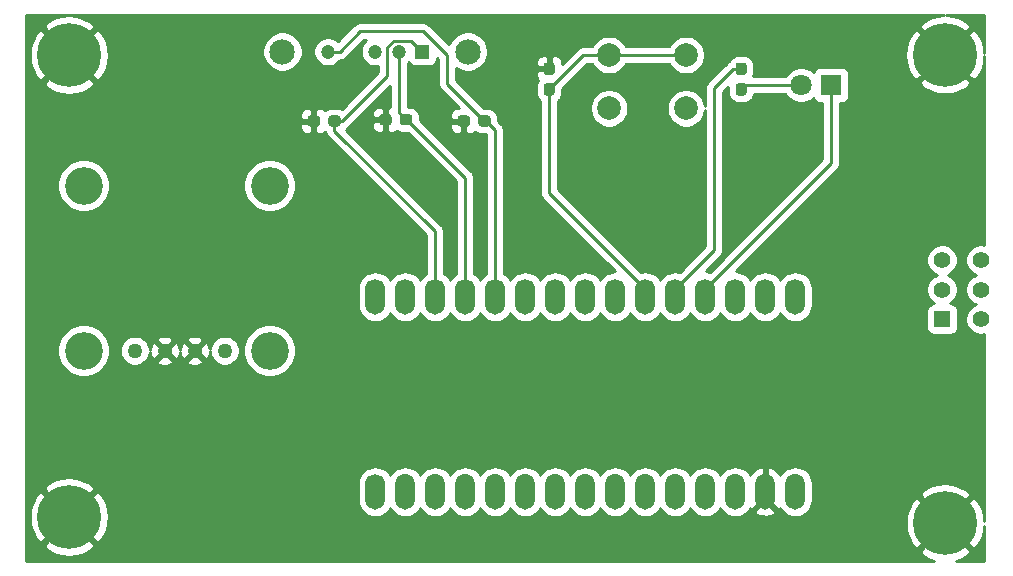
<source format=gbr>
%TF.GenerationSoftware,KiCad,Pcbnew,(5.1.6)-1*%
%TF.CreationDate,2021-03-22T21:05:39-07:00*%
%TF.ProjectId,TSA Location Tracker,54534120-4c6f-4636-9174-696f6e205472,rev?*%
%TF.SameCoordinates,Original*%
%TF.FileFunction,Copper,L1,Top*%
%TF.FilePolarity,Positive*%
%FSLAX46Y46*%
G04 Gerber Fmt 4.6, Leading zero omitted, Abs format (unit mm)*
G04 Created by KiCad (PCBNEW (5.1.6)-1) date 2021-03-22 21:05:39*
%MOMM*%
%LPD*%
G01*
G04 APERTURE LIST*
%TA.AperFunction,ComponentPad*%
%ADD10C,1.200000*%
%TD*%
%TA.AperFunction,ComponentPad*%
%ADD11R,1.200000X1.200000*%
%TD*%
%TA.AperFunction,ComponentPad*%
%ADD12C,2.150000*%
%TD*%
%TA.AperFunction,ComponentPad*%
%ADD13O,1.700000X1.700000*%
%TD*%
%TA.AperFunction,ComponentPad*%
%ADD14C,1.700000*%
%TD*%
%TA.AperFunction,SMDPad,CuDef*%
%ADD15O,1.700000X3.000000*%
%TD*%
%TA.AperFunction,Conductor*%
%ADD16O,1.700000X3.000000*%
%TD*%
%TA.AperFunction,ComponentPad*%
%ADD17R,1.800000X1.800000*%
%TD*%
%TA.AperFunction,ComponentPad*%
%ADD18C,1.800000*%
%TD*%
%TA.AperFunction,ComponentPad*%
%ADD19C,5.400000*%
%TD*%
%TA.AperFunction,ComponentPad*%
%ADD20C,2.000000*%
%TD*%
%TA.AperFunction,ComponentPad*%
%ADD21C,3.199892*%
%TD*%
%TA.AperFunction,ComponentPad*%
%ADD22C,1.270000*%
%TD*%
%TA.AperFunction,ComponentPad*%
%ADD23C,1.400000*%
%TD*%
%TA.AperFunction,ComponentPad*%
%ADD24R,1.400000X1.400000*%
%TD*%
%TA.AperFunction,ViaPad*%
%ADD25C,2.200000*%
%TD*%
%TA.AperFunction,Conductor*%
%ADD26C,0.250000*%
%TD*%
%TA.AperFunction,Conductor*%
%ADD27C,0.500000*%
%TD*%
%TA.AperFunction,Conductor*%
%ADD28C,0.254000*%
%TD*%
G04 APERTURE END LIST*
D10*
%TO.P,Mode_Switch1,4*%
%TO.N,Net-(Arduino1-Pad26)*%
X91250000Y-48728000D03*
%TO.P,Mode_Switch1,3*%
%TO.N,Net-(Arduino1-Pad2)*%
X95250000Y-48728000D03*
%TO.P,Mode_Switch1,2*%
%TO.N,Net-(Arduino1-Pad27)*%
X97250000Y-48728000D03*
D11*
%TO.P,Mode_Switch1,1*%
%TO.N,Net-(Arduino1-Pad28)*%
X99250000Y-48728000D03*
D12*
%TO.P,Mode_Switch1,6*%
%TO.N,N/C*%
X87400000Y-48728000D03*
%TO.P,Mode_Switch1,5*%
X103099999Y-48728000D03*
%TD*%
D13*
%TO.P,Arduino1,30*%
%TO.N,Net-(Arduino1-Pad30)*%
X95250000Y-70104000D03*
%TO.P,Arduino1,29*%
%TO.N,Net-(Arduino1-Pad29)*%
X97790000Y-70104000D03*
%TO.P,Arduino1,28*%
%TO.N,Net-(Arduino1-Pad28)*%
X100330000Y-70104000D03*
%TO.P,Arduino1,27*%
%TO.N,Net-(Arduino1-Pad27)*%
X102870000Y-70104000D03*
%TO.P,Arduino1,26*%
%TO.N,Net-(Arduino1-Pad26)*%
X105410000Y-70104000D03*
%TO.P,Arduino1,25*%
%TO.N,Net-(Arduino1-Pad25)*%
X107950000Y-70104000D03*
%TO.P,Arduino1,24*%
%TO.N,Net-(Arduino1-Pad24)*%
X110490000Y-70104000D03*
%TO.P,Arduino1,23*%
%TO.N,Net-(Arduino1-Pad23)*%
X113030000Y-70104000D03*
%TO.P,Arduino1,22*%
%TO.N,Net-(Arduino1-Pad22)*%
X115570000Y-70104000D03*
%TO.P,Arduino1,21*%
%TO.N,Net-(Arduino1-Pad21)*%
X118110000Y-70104000D03*
%TO.P,Arduino1,20*%
%TO.N,Net-(Arduino1-Pad20)*%
X120650000Y-70104000D03*
%TO.P,Arduino1,19*%
%TO.N,Net-(Arduino1-Pad19)*%
X123190000Y-70104000D03*
%TO.P,Arduino1,18*%
%TO.N,Net-(Arduino1-Pad18)*%
X125730000Y-70104000D03*
%TO.P,Arduino1,17*%
%TO.N,Net-(Arduino1-Pad17)*%
X128270000Y-70104000D03*
D14*
%TO.P,Arduino1,16*%
%TO.N,Net-(Arduino1-Pad16)*%
X130810000Y-70104000D03*
X130810000Y-68834000D03*
D15*
X130810000Y-69469000D03*
D14*
%TO.P,Arduino1,17*%
%TO.N,Net-(Arduino1-Pad17)*%
X128270000Y-68834000D03*
%TO.P,Arduino1,18*%
%TO.N,Net-(Arduino1-Pad18)*%
X125730000Y-68834000D03*
%TO.P,Arduino1,19*%
%TO.N,Net-(Arduino1-Pad19)*%
X123190000Y-68834000D03*
%TO.P,Arduino1,21*%
%TO.N,Net-(Arduino1-Pad21)*%
X118110000Y-68834000D03*
%TO.P,Arduino1,20*%
%TO.N,Net-(Arduino1-Pad20)*%
X120650000Y-68834000D03*
%TO.P,Arduino1,22*%
%TO.N,Net-(Arduino1-Pad22)*%
X115570000Y-68834000D03*
%TO.P,Arduino1,24*%
%TO.N,Net-(Arduino1-Pad24)*%
X110490000Y-68834000D03*
%TO.P,Arduino1,23*%
%TO.N,Net-(Arduino1-Pad23)*%
X113030000Y-68834000D03*
%TO.P,Arduino1,26*%
%TO.N,Net-(Arduino1-Pad26)*%
X105410000Y-68834000D03*
%TO.P,Arduino1,27*%
%TO.N,Net-(Arduino1-Pad27)*%
X102870000Y-68834000D03*
%TO.P,Arduino1,25*%
%TO.N,Net-(Arduino1-Pad25)*%
X107950000Y-68834000D03*
%TO.P,Arduino1,28*%
%TO.N,Net-(Arduino1-Pad28)*%
X100330000Y-68834000D03*
%TO.P,Arduino1,30*%
%TO.N,Net-(Arduino1-Pad30)*%
X95250000Y-68834000D03*
%TO.P,Arduino1,29*%
%TO.N,Net-(Arduino1-Pad29)*%
X97790000Y-68834000D03*
D15*
%TO.P,Arduino1,17*%
%TO.N,Net-(Arduino1-Pad17)*%
X128270000Y-69469000D03*
%TO.P,Arduino1,18*%
%TO.N,Net-(Arduino1-Pad18)*%
X125730000Y-69469000D03*
%TO.P,Arduino1,19*%
%TO.N,Net-(Arduino1-Pad19)*%
X123190000Y-69469000D03*
%TO.P,Arduino1,20*%
%TO.N,Net-(Arduino1-Pad20)*%
X120650000Y-69469000D03*
%TO.P,Arduino1,21*%
%TO.N,Net-(Arduino1-Pad21)*%
X118110000Y-69469000D03*
%TO.P,Arduino1,22*%
%TO.N,Net-(Arduino1-Pad22)*%
X115570000Y-69469000D03*
%TO.P,Arduino1,23*%
%TO.N,Net-(Arduino1-Pad23)*%
X113030000Y-69469000D03*
%TO.P,Arduino1,24*%
%TO.N,Net-(Arduino1-Pad24)*%
X110490000Y-69469000D03*
%TO.P,Arduino1,25*%
%TO.N,Net-(Arduino1-Pad25)*%
X107950000Y-69469000D03*
%TO.P,Arduino1,26*%
%TO.N,Net-(Arduino1-Pad26)*%
X105410000Y-69469000D03*
%TO.P,Arduino1,27*%
%TO.N,Net-(Arduino1-Pad27)*%
X102870000Y-69469000D03*
%TO.P,Arduino1,28*%
%TO.N,Net-(Arduino1-Pad28)*%
X100330000Y-69469000D03*
%TO.P,Arduino1,29*%
%TO.N,Net-(Arduino1-Pad29)*%
X97790000Y-69469000D03*
%TO.P,Arduino1,30*%
%TO.N,Net-(Arduino1-Pad30)*%
X95250000Y-69469000D03*
D14*
%TO.P,Arduino1,3*%
%TO.N,Net-(Arduino1-Pad3)*%
X100330000Y-86614000D03*
%TO.P,Arduino1,13*%
%TO.N,Net-(Arduino1-Pad13)*%
X125730000Y-86614000D03*
%TO.P,Arduino1,2*%
%TO.N,Net-(Arduino1-Pad2)*%
X97790000Y-86614000D03*
D15*
X97790000Y-85979000D03*
%TO.P,Arduino1,15*%
%TO.N,Net-(Arduino1-Pad15)*%
X130810000Y-85979000D03*
%TO.P,Arduino1,8*%
%TO.N,Net-(Arduino1-Pad8)*%
X113030000Y-85979000D03*
D14*
%TO.P,Arduino1,15*%
%TO.N,Net-(Arduino1-Pad15)*%
X130810000Y-86614000D03*
%TO.P,Arduino1,5*%
%TO.N,Net-(Arduino1-Pad5)*%
X105410000Y-86614000D03*
%TO.P,Arduino1,14*%
%TO.N,GND*%
X128270000Y-86614000D03*
D13*
%TO.P,Arduino1,12*%
%TO.N,Net-(Arduino1-Pad12)*%
X123190000Y-85344000D03*
D15*
%TO.P,Arduino1,6*%
%TO.N,Net-(Arduino1-Pad6)*%
X107950000Y-85979000D03*
D13*
%TO.P,Arduino1,15*%
%TO.N,Net-(Arduino1-Pad15)*%
X130810000Y-85344000D03*
D15*
%TO.P,Arduino1,7*%
%TO.N,Net-(Arduino1-Pad7)*%
X110490000Y-85979000D03*
D14*
%TO.P,Arduino1,1*%
%TO.N,Net-(Arduino1-Pad1)*%
X95250000Y-85344000D03*
D13*
%TO.P,Arduino1,2*%
%TO.N,Net-(Arduino1-Pad2)*%
X97790000Y-85344000D03*
%TO.P,Arduino1,3*%
%TO.N,Net-(Arduino1-Pad3)*%
X100330000Y-85344000D03*
%TO.P,Arduino1,4*%
%TO.N,Net-(Arduino1-Pad4)*%
X102870000Y-85344000D03*
%TO.P,Arduino1,5*%
%TO.N,Net-(Arduino1-Pad5)*%
X105410000Y-85344000D03*
%TO.P,Arduino1,14*%
%TO.N,GND*%
X128270000Y-85344000D03*
%TO.P,Arduino1,6*%
%TO.N,Net-(Arduino1-Pad6)*%
X107950000Y-85344000D03*
D14*
%TO.P,Arduino1,11*%
%TO.N,Net-(Arduino1-Pad11)*%
X120650000Y-86614000D03*
D15*
%TO.P,Arduino1,9*%
%TO.N,Net-(Arduino1-Pad9)*%
X115570000Y-85979000D03*
%TO.P,Arduino1,10*%
%TO.N,Net-(Arduino1-Pad10)*%
X118110000Y-85979000D03*
D13*
%TO.P,Arduino1,11*%
%TO.N,Net-(Arduino1-Pad11)*%
X120650000Y-85344000D03*
%TO.P,Arduino1,10*%
%TO.N,Net-(Arduino1-Pad10)*%
X118110000Y-85344000D03*
D15*
%TO.P,Arduino1,4*%
%TO.N,Net-(Arduino1-Pad4)*%
X102870000Y-85979000D03*
D13*
%TO.P,Arduino1,7*%
%TO.N,Net-(Arduino1-Pad7)*%
X110490000Y-85344000D03*
D14*
%TO.P,Arduino1,10*%
%TO.N,Net-(Arduino1-Pad10)*%
X118110000Y-86614000D03*
%TO.P,Arduino1,6*%
%TO.N,Net-(Arduino1-Pad6)*%
X107950000Y-86614000D03*
D16*
%TD*%
%TO.N,GND*%
%TO.C,Arduino1*%
X128270000Y-85979000D03*
D15*
%TO.P,Arduino1,1*%
%TO.N,Net-(Arduino1-Pad1)*%
X95250000Y-85979000D03*
D14*
%TO.P,Arduino1,9*%
%TO.N,Net-(Arduino1-Pad9)*%
X115570000Y-86614000D03*
%TO.P,Arduino1,8*%
%TO.N,Net-(Arduino1-Pad8)*%
X113030000Y-86614000D03*
%TO.P,Arduino1,4*%
%TO.N,Net-(Arduino1-Pad4)*%
X102870000Y-86614000D03*
D13*
%TO.P,Arduino1,8*%
%TO.N,Net-(Arduino1-Pad8)*%
X113030000Y-85344000D03*
%TO.P,Arduino1,9*%
%TO.N,Net-(Arduino1-Pad9)*%
X115570000Y-85344000D03*
D14*
%TO.P,Arduino1,1*%
%TO.N,Net-(Arduino1-Pad1)*%
X95250000Y-86614000D03*
D13*
%TO.P,Arduino1,13*%
%TO.N,Net-(Arduino1-Pad13)*%
X125730000Y-85344000D03*
D14*
%TO.P,Arduino1,7*%
%TO.N,Net-(Arduino1-Pad7)*%
X110490000Y-86614000D03*
D15*
%TO.P,Arduino1,12*%
%TO.N,Net-(Arduino1-Pad12)*%
X123190000Y-85979000D03*
%TO.P,Arduino1,13*%
%TO.N,Net-(Arduino1-Pad13)*%
X125730000Y-85979000D03*
%TO.P,Arduino1,5*%
%TO.N,Net-(Arduino1-Pad5)*%
X105410000Y-85979000D03*
%TO.P,Arduino1,3*%
%TO.N,Net-(Arduino1-Pad3)*%
X100330000Y-85979000D03*
D14*
%TO.P,Arduino1,12*%
%TO.N,Net-(Arduino1-Pad12)*%
X123190000Y-86614000D03*
D15*
%TO.P,Arduino1,11*%
%TO.N,Net-(Arduino1-Pad11)*%
X120650000Y-85979000D03*
%TD*%
D17*
%TO.P,D1,1*%
%TO.N,Net-(Arduino1-Pad19)*%
X133858000Y-51562000D03*
D18*
%TO.P,D1,2*%
%TO.N,Net-(D1-Pad2)*%
X131318000Y-51562000D03*
%TD*%
D19*
%TO.P,H1,1*%
%TO.N,GND*%
X69342000Y-49022000D03*
%TD*%
%TO.P,H2,1*%
%TO.N,GND*%
X143500000Y-49000000D03*
%TD*%
%TO.P,H3,1*%
%TO.N,GND*%
X69342000Y-88138000D03*
%TD*%
%TO.P,H4,1*%
%TO.N,GND*%
X143510000Y-88646000D03*
%TD*%
D20*
%TO.P,LED_Switch1,1*%
%TO.N,Net-(Arduino1-Pad21)*%
X121562000Y-49022000D03*
%TO.P,LED_Switch1,2*%
%TO.N,Net-(Arduino1-Pad2)*%
X121562000Y-53522000D03*
%TO.P,LED_Switch1,1*%
%TO.N,Net-(Arduino1-Pad21)*%
X115062000Y-49022000D03*
%TO.P,LED_Switch1,2*%
%TO.N,Net-(Arduino1-Pad2)*%
X115062000Y-53522000D03*
%TD*%
%TO.P,R1,1*%
%TO.N,Net-(Arduino1-Pad26)*%
%TA.AperFunction,SMDPad,CuDef*%
G36*
G01*
X105032000Y-54372500D02*
X105032000Y-54847500D01*
G75*
G02*
X104794500Y-55085000I-237500J0D01*
G01*
X104219500Y-55085000D01*
G75*
G02*
X103982000Y-54847500I0J237500D01*
G01*
X103982000Y-54372500D01*
G75*
G02*
X104219500Y-54135000I237500J0D01*
G01*
X104794500Y-54135000D01*
G75*
G02*
X105032000Y-54372500I0J-237500D01*
G01*
G37*
%TD.AperFunction*%
%TO.P,R1,2*%
%TO.N,GND*%
%TA.AperFunction,SMDPad,CuDef*%
G36*
G01*
X103282000Y-54372500D02*
X103282000Y-54847500D01*
G75*
G02*
X103044500Y-55085000I-237500J0D01*
G01*
X102469500Y-55085000D01*
G75*
G02*
X102232000Y-54847500I0J237500D01*
G01*
X102232000Y-54372500D01*
G75*
G02*
X102469500Y-54135000I237500J0D01*
G01*
X103044500Y-54135000D01*
G75*
G02*
X103282000Y-54372500I0J-237500D01*
G01*
G37*
%TD.AperFunction*%
%TD*%
%TO.P,R2,1*%
%TO.N,Net-(Arduino1-Pad27)*%
%TA.AperFunction,SMDPad,CuDef*%
G36*
G01*
X98400000Y-54262500D02*
X98400000Y-54737500D01*
G75*
G02*
X98162500Y-54975000I-237500J0D01*
G01*
X97587500Y-54975000D01*
G75*
G02*
X97350000Y-54737500I0J237500D01*
G01*
X97350000Y-54262500D01*
G75*
G02*
X97587500Y-54025000I237500J0D01*
G01*
X98162500Y-54025000D01*
G75*
G02*
X98400000Y-54262500I0J-237500D01*
G01*
G37*
%TD.AperFunction*%
%TO.P,R2,2*%
%TO.N,GND*%
%TA.AperFunction,SMDPad,CuDef*%
G36*
G01*
X96650000Y-54262500D02*
X96650000Y-54737500D01*
G75*
G02*
X96412500Y-54975000I-237500J0D01*
G01*
X95837500Y-54975000D01*
G75*
G02*
X95600000Y-54737500I0J237500D01*
G01*
X95600000Y-54262500D01*
G75*
G02*
X95837500Y-54025000I237500J0D01*
G01*
X96412500Y-54025000D01*
G75*
G02*
X96650000Y-54262500I0J-237500D01*
G01*
G37*
%TD.AperFunction*%
%TD*%
%TO.P,R3,1*%
%TO.N,Net-(Arduino1-Pad28)*%
%TA.AperFunction,SMDPad,CuDef*%
G36*
G01*
X92332000Y-54372500D02*
X92332000Y-54847500D01*
G75*
G02*
X92094500Y-55085000I-237500J0D01*
G01*
X91519500Y-55085000D01*
G75*
G02*
X91282000Y-54847500I0J237500D01*
G01*
X91282000Y-54372500D01*
G75*
G02*
X91519500Y-54135000I237500J0D01*
G01*
X92094500Y-54135000D01*
G75*
G02*
X92332000Y-54372500I0J-237500D01*
G01*
G37*
%TD.AperFunction*%
%TO.P,R3,2*%
%TO.N,GND*%
%TA.AperFunction,SMDPad,CuDef*%
G36*
G01*
X90582000Y-54372500D02*
X90582000Y-54847500D01*
G75*
G02*
X90344500Y-55085000I-237500J0D01*
G01*
X89769500Y-55085000D01*
G75*
G02*
X89532000Y-54847500I0J237500D01*
G01*
X89532000Y-54372500D01*
G75*
G02*
X89769500Y-54135000I237500J0D01*
G01*
X90344500Y-54135000D01*
G75*
G02*
X90582000Y-54372500I0J-237500D01*
G01*
G37*
%TD.AperFunction*%
%TD*%
%TO.P,R4,2*%
%TO.N,Net-(Arduino1-Pad20)*%
%TA.AperFunction,SMDPad,CuDef*%
G36*
G01*
X126475500Y-50704000D02*
X126000500Y-50704000D01*
G75*
G02*
X125763000Y-50466500I0J237500D01*
G01*
X125763000Y-49891500D01*
G75*
G02*
X126000500Y-49654000I237500J0D01*
G01*
X126475500Y-49654000D01*
G75*
G02*
X126713000Y-49891500I0J-237500D01*
G01*
X126713000Y-50466500D01*
G75*
G02*
X126475500Y-50704000I-237500J0D01*
G01*
G37*
%TD.AperFunction*%
%TO.P,R4,1*%
%TO.N,Net-(D1-Pad2)*%
%TA.AperFunction,SMDPad,CuDef*%
G36*
G01*
X126475500Y-52454000D02*
X126000500Y-52454000D01*
G75*
G02*
X125763000Y-52216500I0J237500D01*
G01*
X125763000Y-51641500D01*
G75*
G02*
X126000500Y-51404000I237500J0D01*
G01*
X126475500Y-51404000D01*
G75*
G02*
X126713000Y-51641500I0J-237500D01*
G01*
X126713000Y-52216500D01*
G75*
G02*
X126475500Y-52454000I-237500J0D01*
G01*
G37*
%TD.AperFunction*%
%TD*%
%TO.P,R5,2*%
%TO.N,GND*%
%TA.AperFunction,SMDPad,CuDef*%
G36*
G01*
X110219500Y-50704000D02*
X109744500Y-50704000D01*
G75*
G02*
X109507000Y-50466500I0J237500D01*
G01*
X109507000Y-49891500D01*
G75*
G02*
X109744500Y-49654000I237500J0D01*
G01*
X110219500Y-49654000D01*
G75*
G02*
X110457000Y-49891500I0J-237500D01*
G01*
X110457000Y-50466500D01*
G75*
G02*
X110219500Y-50704000I-237500J0D01*
G01*
G37*
%TD.AperFunction*%
%TO.P,R5,1*%
%TO.N,Net-(Arduino1-Pad21)*%
%TA.AperFunction,SMDPad,CuDef*%
G36*
G01*
X110219500Y-52454000D02*
X109744500Y-52454000D01*
G75*
G02*
X109507000Y-52216500I0J237500D01*
G01*
X109507000Y-51641500D01*
G75*
G02*
X109744500Y-51404000I237500J0D01*
G01*
X110219500Y-51404000D01*
G75*
G02*
X110457000Y-51641500I0J-237500D01*
G01*
X110457000Y-52216500D01*
G75*
G02*
X110219500Y-52454000I-237500J0D01*
G01*
G37*
%TD.AperFunction*%
%TD*%
D21*
%TO.P,U1,8*%
%TO.N,N/C*%
X86338000Y-60080000D03*
%TO.P,U1,6*%
X86338000Y-74050000D03*
%TO.P,U1,7*%
X70590000Y-60080000D03*
%TO.P,U1,5*%
X70590000Y-74050000D03*
D22*
%TO.P,U1,1*%
X74908000Y-74050000D03*
%TO.P,U1,4*%
%TO.N,Net-(Power_Switch1-Pad2)*%
X82528000Y-74050000D03*
%TO.P,U1,3*%
%TO.N,GND*%
X79988000Y-74050000D03*
%TO.P,U1,2*%
X77448000Y-74050000D03*
%TD*%
D23*
%TO.P,Power_Switch1,6*%
%TO.N,N/C*%
X146556000Y-66374000D03*
%TO.P,Power_Switch1,5*%
X146556000Y-68874000D03*
%TO.P,Power_Switch1,4*%
X146556000Y-71374000D03*
%TO.P,Power_Switch1,3*%
%TO.N,Net-(Arduino1-Pad2)*%
X143256000Y-66374000D03*
%TO.P,Power_Switch1,2*%
%TO.N,Net-(Power_Switch1-Pad2)*%
X143256000Y-68874000D03*
D24*
%TO.P,Power_Switch1,1*%
%TO.N,N/C*%
X143256000Y-71374000D03*
%TD*%
D25*
%TO.N,GND*%
X130610000Y-55470000D03*
X126520000Y-58590000D03*
X100230000Y-53280000D03*
X98080000Y-58100000D03*
%TD*%
D26*
%TO.N,Net-(Arduino1-Pad29)*%
X97875000Y-68749000D02*
X97790000Y-68834000D01*
%TO.N,Net-(Arduino1-Pad28)*%
X91807000Y-54610000D02*
X92456000Y-54610000D01*
X92456000Y-54610000D02*
X96266000Y-50800000D01*
X98324999Y-47802999D02*
X99250000Y-48728000D01*
X96805999Y-47802999D02*
X98324999Y-47802999D01*
X96266000Y-48342998D02*
X96805999Y-47802999D01*
X96266000Y-50800000D02*
X96266000Y-48342998D01*
X100330000Y-66280000D02*
X100330000Y-69469000D01*
X91807000Y-54610000D02*
X91807000Y-55437000D01*
X100330000Y-63960000D02*
X100330000Y-66280000D01*
X91807000Y-55437000D02*
X100330000Y-63960000D01*
%TO.N,Net-(Arduino1-Pad27)*%
X97250000Y-53875000D02*
X97875000Y-54500000D01*
X97250000Y-48728000D02*
X97250000Y-53875000D01*
X102870000Y-60930000D02*
X102870000Y-69469000D01*
X97875000Y-54500000D02*
X97970000Y-54500000D01*
X102870000Y-59400000D02*
X102870000Y-60930000D01*
X97970000Y-54500000D02*
X102870000Y-59400000D01*
%TO.N,Net-(Arduino1-Pad26)*%
X91250000Y-48728000D02*
X92242000Y-48728000D01*
X92242000Y-48728000D02*
X93980000Y-46990000D01*
X99297002Y-46990000D02*
X101346000Y-49038998D01*
X93980000Y-46990000D02*
X99297002Y-46990000D01*
X101346000Y-51449000D02*
X104507000Y-54610000D01*
X101346000Y-49038998D02*
X101346000Y-51449000D01*
X105410000Y-56807305D02*
X105410000Y-69469000D01*
X104507000Y-54610000D02*
X104630000Y-54610000D01*
X105410000Y-55390000D02*
X105410000Y-56807305D01*
X104630000Y-54610000D02*
X105410000Y-55390000D01*
%TO.N,Net-(Arduino1-Pad21)*%
X115062000Y-49022000D02*
X121562000Y-49022000D01*
X112889000Y-49022000D02*
X109982000Y-51929000D01*
X115062000Y-49022000D02*
X112889000Y-49022000D01*
X109982000Y-60706000D02*
X118110000Y-68834000D01*
X109982000Y-51929000D02*
X109982000Y-60706000D01*
%TO.N,Net-(Arduino1-Pad20)*%
X126238000Y-50179000D02*
X125589000Y-50179000D01*
X125589000Y-50179000D02*
X123952000Y-51816000D01*
X123952000Y-65532000D02*
X120650000Y-68834000D01*
X123952000Y-51816000D02*
X123952000Y-65532000D01*
%TO.N,Net-(Arduino1-Pad19)*%
X133858000Y-58166000D02*
X123190000Y-68834000D01*
X133858000Y-51562000D02*
X133858000Y-58166000D01*
%TO.N,Net-(D1-Pad2)*%
X126605000Y-51562000D02*
X126238000Y-51929000D01*
X131318000Y-51562000D02*
X126605000Y-51562000D01*
%TO.N,GND*%
X128270000Y-85979000D02*
X128270000Y-86650000D01*
D27*
X128270000Y-86650000D02*
X129500000Y-87880000D01*
D26*
X129500000Y-87880000D02*
X128280000Y-86660000D01*
X128280000Y-86660000D02*
X128280000Y-84050000D01*
D27*
X128270000Y-86614000D02*
X127130000Y-87754000D01*
%TD*%
D28*
%TO.N,GND*%
G36*
X142850707Y-45712366D02*
G01*
X142221797Y-45902208D01*
X141642008Y-46211096D01*
X141634411Y-46216172D01*
X141334231Y-46654626D01*
X143500000Y-48820395D01*
X145665769Y-46654626D01*
X145365589Y-46216172D01*
X144786644Y-45905704D01*
X144158254Y-45714148D01*
X143616057Y-45660000D01*
X146840000Y-45660000D01*
X146840000Y-48889923D01*
X146787634Y-48350707D01*
X146597792Y-47721797D01*
X146288904Y-47142008D01*
X146283828Y-47134411D01*
X145845374Y-46834231D01*
X143679605Y-49000000D01*
X145845374Y-51165769D01*
X146283828Y-50865589D01*
X146594296Y-50286644D01*
X146785852Y-49658254D01*
X146840000Y-49116056D01*
X146840000Y-65069337D01*
X146687486Y-65039000D01*
X146424514Y-65039000D01*
X146166595Y-65090304D01*
X145923641Y-65190939D01*
X145704987Y-65337038D01*
X145519038Y-65522987D01*
X145372939Y-65741641D01*
X145272304Y-65984595D01*
X145221000Y-66242514D01*
X145221000Y-66505486D01*
X145272304Y-66763405D01*
X145372939Y-67006359D01*
X145519038Y-67225013D01*
X145704987Y-67410962D01*
X145923641Y-67557061D01*
X146085246Y-67624000D01*
X145923641Y-67690939D01*
X145704987Y-67837038D01*
X145519038Y-68022987D01*
X145372939Y-68241641D01*
X145272304Y-68484595D01*
X145221000Y-68742514D01*
X145221000Y-69005486D01*
X145272304Y-69263405D01*
X145372939Y-69506359D01*
X145519038Y-69725013D01*
X145704987Y-69910962D01*
X145923641Y-70057061D01*
X146085246Y-70124000D01*
X145923641Y-70190939D01*
X145704987Y-70337038D01*
X145519038Y-70522987D01*
X145372939Y-70741641D01*
X145272304Y-70984595D01*
X145221000Y-71242514D01*
X145221000Y-71505486D01*
X145272304Y-71763405D01*
X145372939Y-72006359D01*
X145519038Y-72225013D01*
X145704987Y-72410962D01*
X145923641Y-72557061D01*
X146166595Y-72657696D01*
X146424514Y-72709000D01*
X146687486Y-72709000D01*
X146840001Y-72678663D01*
X146840001Y-88432961D01*
X146797634Y-87996707D01*
X146607792Y-87367797D01*
X146298904Y-86788008D01*
X146293828Y-86780411D01*
X145855374Y-86480231D01*
X143689605Y-88646000D01*
X145855374Y-90811769D01*
X146293828Y-90511589D01*
X146604296Y-89932644D01*
X146795852Y-89304254D01*
X146840001Y-88862180D01*
X146840001Y-91840000D01*
X144469484Y-91840000D01*
X144788203Y-91743792D01*
X145367992Y-91434904D01*
X145375589Y-91429828D01*
X145675769Y-90991374D01*
X143510000Y-88825605D01*
X141344231Y-90991374D01*
X141644411Y-91429828D01*
X142223356Y-91740296D01*
X142550430Y-91840000D01*
X65660000Y-91840000D01*
X65660000Y-90483374D01*
X67176231Y-90483374D01*
X67476411Y-90921828D01*
X68055356Y-91232296D01*
X68683746Y-91423852D01*
X69337431Y-91489134D01*
X69991293Y-91425634D01*
X70620203Y-91235792D01*
X71199992Y-90926904D01*
X71207589Y-90921828D01*
X71507769Y-90483374D01*
X69342000Y-88317605D01*
X67176231Y-90483374D01*
X65660000Y-90483374D01*
X65660000Y-88133431D01*
X65990866Y-88133431D01*
X66054366Y-88787293D01*
X66244208Y-89416203D01*
X66553096Y-89995992D01*
X66558172Y-90003589D01*
X66996626Y-90303769D01*
X69162395Y-88138000D01*
X69521605Y-88138000D01*
X71687374Y-90303769D01*
X72125828Y-90003589D01*
X72436296Y-89424644D01*
X72627852Y-88796254D01*
X72643313Y-88641431D01*
X140158866Y-88641431D01*
X140222366Y-89295293D01*
X140412208Y-89924203D01*
X140721096Y-90503992D01*
X140726172Y-90511589D01*
X141164626Y-90811769D01*
X143330395Y-88646000D01*
X141164626Y-86480231D01*
X140726172Y-86780411D01*
X140415704Y-87359356D01*
X140224148Y-87987746D01*
X140158866Y-88641431D01*
X72643313Y-88641431D01*
X72693134Y-88142569D01*
X72629634Y-87488707D01*
X72439792Y-86859797D01*
X72130904Y-86280008D01*
X72125828Y-86272411D01*
X71687374Y-85972231D01*
X69521605Y-88138000D01*
X69162395Y-88138000D01*
X66996626Y-85972231D01*
X66558172Y-86272411D01*
X66247704Y-86851356D01*
X66056148Y-87479746D01*
X65990866Y-88133431D01*
X65660000Y-88133431D01*
X65660000Y-85792626D01*
X67176231Y-85792626D01*
X69342000Y-87958395D01*
X71507769Y-85792626D01*
X71207589Y-85354172D01*
X70915883Y-85197740D01*
X93765000Y-85197740D01*
X93765000Y-86760260D01*
X93776376Y-86817449D01*
X93786487Y-86920111D01*
X93816433Y-87018830D01*
X93822068Y-87047158D01*
X93833121Y-87073843D01*
X93871401Y-87200034D01*
X93933560Y-87316325D01*
X93934010Y-87317411D01*
X93934663Y-87318389D01*
X94009295Y-87458014D01*
X94194867Y-87684134D01*
X94420987Y-87869706D01*
X94678967Y-88007599D01*
X94958890Y-88092513D01*
X95250000Y-88121185D01*
X95541111Y-88092513D01*
X95821034Y-88007599D01*
X96079014Y-87869706D01*
X96305134Y-87684134D01*
X96490706Y-87458014D01*
X96520000Y-87403208D01*
X96549295Y-87458014D01*
X96734867Y-87684134D01*
X96960987Y-87869706D01*
X97218967Y-88007599D01*
X97498890Y-88092513D01*
X97790000Y-88121185D01*
X98081111Y-88092513D01*
X98361034Y-88007599D01*
X98619014Y-87869706D01*
X98845134Y-87684134D01*
X99030706Y-87458014D01*
X99060000Y-87403208D01*
X99089295Y-87458014D01*
X99274867Y-87684134D01*
X99500987Y-87869706D01*
X99758967Y-88007599D01*
X100038890Y-88092513D01*
X100330000Y-88121185D01*
X100621111Y-88092513D01*
X100901034Y-88007599D01*
X101159014Y-87869706D01*
X101385134Y-87684134D01*
X101570706Y-87458014D01*
X101600000Y-87403208D01*
X101629295Y-87458014D01*
X101814867Y-87684134D01*
X102040987Y-87869706D01*
X102298967Y-88007599D01*
X102578890Y-88092513D01*
X102870000Y-88121185D01*
X103161111Y-88092513D01*
X103441034Y-88007599D01*
X103699014Y-87869706D01*
X103925134Y-87684134D01*
X104110706Y-87458014D01*
X104140000Y-87403208D01*
X104169295Y-87458014D01*
X104354867Y-87684134D01*
X104580987Y-87869706D01*
X104838967Y-88007599D01*
X105118890Y-88092513D01*
X105410000Y-88121185D01*
X105701111Y-88092513D01*
X105981034Y-88007599D01*
X106239014Y-87869706D01*
X106465134Y-87684134D01*
X106650706Y-87458014D01*
X106680000Y-87403208D01*
X106709295Y-87458014D01*
X106894867Y-87684134D01*
X107120987Y-87869706D01*
X107378967Y-88007599D01*
X107658890Y-88092513D01*
X107950000Y-88121185D01*
X108241111Y-88092513D01*
X108521034Y-88007599D01*
X108779014Y-87869706D01*
X109005134Y-87684134D01*
X109190706Y-87458014D01*
X109220000Y-87403208D01*
X109249295Y-87458014D01*
X109434867Y-87684134D01*
X109660987Y-87869706D01*
X109918967Y-88007599D01*
X110198890Y-88092513D01*
X110490000Y-88121185D01*
X110781111Y-88092513D01*
X111061034Y-88007599D01*
X111319014Y-87869706D01*
X111545134Y-87684134D01*
X111730706Y-87458014D01*
X111760000Y-87403208D01*
X111789295Y-87458014D01*
X111974867Y-87684134D01*
X112200987Y-87869706D01*
X112458967Y-88007599D01*
X112738890Y-88092513D01*
X113030000Y-88121185D01*
X113321111Y-88092513D01*
X113601034Y-88007599D01*
X113859014Y-87869706D01*
X114085134Y-87684134D01*
X114270706Y-87458014D01*
X114300000Y-87403208D01*
X114329295Y-87458014D01*
X114514867Y-87684134D01*
X114740987Y-87869706D01*
X114998967Y-88007599D01*
X115278890Y-88092513D01*
X115570000Y-88121185D01*
X115861111Y-88092513D01*
X116141034Y-88007599D01*
X116399014Y-87869706D01*
X116625134Y-87684134D01*
X116810706Y-87458014D01*
X116840000Y-87403208D01*
X116869295Y-87458014D01*
X117054867Y-87684134D01*
X117280987Y-87869706D01*
X117538967Y-88007599D01*
X117818890Y-88092513D01*
X118110000Y-88121185D01*
X118401111Y-88092513D01*
X118681034Y-88007599D01*
X118939014Y-87869706D01*
X119165134Y-87684134D01*
X119350706Y-87458014D01*
X119380000Y-87403208D01*
X119409295Y-87458014D01*
X119594867Y-87684134D01*
X119820987Y-87869706D01*
X120078967Y-88007599D01*
X120358890Y-88092513D01*
X120650000Y-88121185D01*
X120941111Y-88092513D01*
X121221034Y-88007599D01*
X121479014Y-87869706D01*
X121705134Y-87684134D01*
X121890706Y-87458014D01*
X121920000Y-87403208D01*
X121949295Y-87458014D01*
X122134867Y-87684134D01*
X122360987Y-87869706D01*
X122618967Y-88007599D01*
X122898890Y-88092513D01*
X123190000Y-88121185D01*
X123481111Y-88092513D01*
X123761034Y-88007599D01*
X124019014Y-87869706D01*
X124245134Y-87684134D01*
X124430706Y-87458014D01*
X124460000Y-87403208D01*
X124489295Y-87458014D01*
X124674867Y-87684134D01*
X124900987Y-87869706D01*
X125158967Y-88007599D01*
X125438890Y-88092513D01*
X125730000Y-88121185D01*
X126021111Y-88092513D01*
X126301034Y-88007599D01*
X126559014Y-87869706D01*
X126785134Y-87684134D01*
X126970706Y-87458014D01*
X127001895Y-87399663D01*
X127105824Y-87559619D01*
X127309748Y-87768857D01*
X127550574Y-87934291D01*
X127819047Y-88049563D01*
X127913110Y-88070476D01*
X127932267Y-88060366D01*
X128046411Y-88089339D01*
X128338531Y-88104611D01*
X128615427Y-88064426D01*
X128626890Y-88070476D01*
X128720953Y-88049563D01*
X128989426Y-87934291D01*
X129230252Y-87768857D01*
X129434176Y-87559619D01*
X129538105Y-87399662D01*
X129569295Y-87458014D01*
X129754867Y-87684134D01*
X129980987Y-87869706D01*
X130238967Y-88007599D01*
X130518890Y-88092513D01*
X130810000Y-88121185D01*
X131101111Y-88092513D01*
X131381034Y-88007599D01*
X131639014Y-87869706D01*
X131865134Y-87684134D01*
X132050706Y-87458014D01*
X132125339Y-87318385D01*
X132125990Y-87317411D01*
X132126438Y-87316328D01*
X132188599Y-87200034D01*
X132226879Y-87073843D01*
X132237932Y-87047158D01*
X132243567Y-87018830D01*
X132273513Y-86920111D01*
X132283624Y-86817449D01*
X132295000Y-86760260D01*
X132295000Y-86300626D01*
X141344231Y-86300626D01*
X143510000Y-88466395D01*
X145675769Y-86300626D01*
X145375589Y-85862172D01*
X144796644Y-85551704D01*
X144168254Y-85360148D01*
X143514569Y-85294866D01*
X142860707Y-85358366D01*
X142231797Y-85548208D01*
X141652008Y-85857096D01*
X141644411Y-85862172D01*
X141344231Y-86300626D01*
X132295000Y-86300626D01*
X132295000Y-85197740D01*
X132283624Y-85140551D01*
X132273513Y-85037889D01*
X132243567Y-84939170D01*
X132237932Y-84910842D01*
X132226879Y-84884157D01*
X132188599Y-84757966D01*
X132126438Y-84641672D01*
X132125990Y-84640589D01*
X132125339Y-84639615D01*
X132050706Y-84499986D01*
X131865134Y-84273866D01*
X131639013Y-84088294D01*
X131381033Y-83950401D01*
X131101110Y-83865487D01*
X130810000Y-83836815D01*
X130518889Y-83865487D01*
X130238966Y-83950401D01*
X129980986Y-84088294D01*
X129754866Y-84273866D01*
X129569294Y-84499987D01*
X129538105Y-84558338D01*
X129434176Y-84398381D01*
X129230252Y-84189143D01*
X128989426Y-84023709D01*
X128720953Y-83908437D01*
X128626890Y-83887524D01*
X128397000Y-84008845D01*
X128397000Y-85133611D01*
X128201469Y-85123389D01*
X128143000Y-85131874D01*
X128143000Y-84008845D01*
X127913110Y-83887524D01*
X127819047Y-83908437D01*
X127550574Y-84023709D01*
X127309748Y-84189143D01*
X127105824Y-84398381D01*
X127001895Y-84558337D01*
X126970706Y-84499986D01*
X126785134Y-84273866D01*
X126559013Y-84088294D01*
X126301033Y-83950401D01*
X126021110Y-83865487D01*
X125730000Y-83836815D01*
X125438889Y-83865487D01*
X125158966Y-83950401D01*
X124900986Y-84088294D01*
X124674866Y-84273866D01*
X124489294Y-84499987D01*
X124460000Y-84554792D01*
X124430706Y-84499986D01*
X124245134Y-84273866D01*
X124019013Y-84088294D01*
X123761033Y-83950401D01*
X123481110Y-83865487D01*
X123190000Y-83836815D01*
X122898889Y-83865487D01*
X122618966Y-83950401D01*
X122360986Y-84088294D01*
X122134866Y-84273866D01*
X121949294Y-84499987D01*
X121920000Y-84554792D01*
X121890706Y-84499986D01*
X121705134Y-84273866D01*
X121479013Y-84088294D01*
X121221033Y-83950401D01*
X120941110Y-83865487D01*
X120650000Y-83836815D01*
X120358889Y-83865487D01*
X120078966Y-83950401D01*
X119820986Y-84088294D01*
X119594866Y-84273866D01*
X119409294Y-84499987D01*
X119380000Y-84554792D01*
X119350706Y-84499986D01*
X119165134Y-84273866D01*
X118939013Y-84088294D01*
X118681033Y-83950401D01*
X118401110Y-83865487D01*
X118110000Y-83836815D01*
X117818889Y-83865487D01*
X117538966Y-83950401D01*
X117280986Y-84088294D01*
X117054866Y-84273866D01*
X116869294Y-84499987D01*
X116840000Y-84554792D01*
X116810706Y-84499986D01*
X116625134Y-84273866D01*
X116399013Y-84088294D01*
X116141033Y-83950401D01*
X115861110Y-83865487D01*
X115570000Y-83836815D01*
X115278889Y-83865487D01*
X114998966Y-83950401D01*
X114740986Y-84088294D01*
X114514866Y-84273866D01*
X114329294Y-84499987D01*
X114300000Y-84554792D01*
X114270706Y-84499986D01*
X114085134Y-84273866D01*
X113859013Y-84088294D01*
X113601033Y-83950401D01*
X113321110Y-83865487D01*
X113030000Y-83836815D01*
X112738889Y-83865487D01*
X112458966Y-83950401D01*
X112200986Y-84088294D01*
X111974866Y-84273866D01*
X111789294Y-84499987D01*
X111760000Y-84554792D01*
X111730706Y-84499986D01*
X111545134Y-84273866D01*
X111319013Y-84088294D01*
X111061033Y-83950401D01*
X110781110Y-83865487D01*
X110490000Y-83836815D01*
X110198889Y-83865487D01*
X109918966Y-83950401D01*
X109660986Y-84088294D01*
X109434866Y-84273866D01*
X109249294Y-84499987D01*
X109220000Y-84554792D01*
X109190706Y-84499986D01*
X109005134Y-84273866D01*
X108779013Y-84088294D01*
X108521033Y-83950401D01*
X108241110Y-83865487D01*
X107950000Y-83836815D01*
X107658889Y-83865487D01*
X107378966Y-83950401D01*
X107120986Y-84088294D01*
X106894866Y-84273866D01*
X106709294Y-84499987D01*
X106680000Y-84554792D01*
X106650706Y-84499986D01*
X106465134Y-84273866D01*
X106239013Y-84088294D01*
X105981033Y-83950401D01*
X105701110Y-83865487D01*
X105410000Y-83836815D01*
X105118889Y-83865487D01*
X104838966Y-83950401D01*
X104580986Y-84088294D01*
X104354866Y-84273866D01*
X104169294Y-84499987D01*
X104140000Y-84554792D01*
X104110706Y-84499986D01*
X103925134Y-84273866D01*
X103699013Y-84088294D01*
X103441033Y-83950401D01*
X103161110Y-83865487D01*
X102870000Y-83836815D01*
X102578889Y-83865487D01*
X102298966Y-83950401D01*
X102040986Y-84088294D01*
X101814866Y-84273866D01*
X101629294Y-84499987D01*
X101600000Y-84554792D01*
X101570706Y-84499986D01*
X101385134Y-84273866D01*
X101159013Y-84088294D01*
X100901033Y-83950401D01*
X100621110Y-83865487D01*
X100330000Y-83836815D01*
X100038889Y-83865487D01*
X99758966Y-83950401D01*
X99500986Y-84088294D01*
X99274866Y-84273866D01*
X99089294Y-84499987D01*
X99060000Y-84554792D01*
X99030706Y-84499986D01*
X98845134Y-84273866D01*
X98619013Y-84088294D01*
X98361033Y-83950401D01*
X98081110Y-83865487D01*
X97790000Y-83836815D01*
X97498889Y-83865487D01*
X97218966Y-83950401D01*
X96960986Y-84088294D01*
X96734866Y-84273866D01*
X96549294Y-84499987D01*
X96520000Y-84554792D01*
X96490706Y-84499986D01*
X96305134Y-84273866D01*
X96079013Y-84088294D01*
X95821033Y-83950401D01*
X95541110Y-83865487D01*
X95250000Y-83836815D01*
X94958889Y-83865487D01*
X94678966Y-83950401D01*
X94420986Y-84088294D01*
X94194866Y-84273866D01*
X94009294Y-84499987D01*
X93934664Y-84639611D01*
X93934010Y-84640589D01*
X93933560Y-84641676D01*
X93871401Y-84757967D01*
X93833122Y-84884154D01*
X93822068Y-84910842D01*
X93816433Y-84939173D01*
X93786487Y-85037890D01*
X93776376Y-85140550D01*
X93765000Y-85197740D01*
X70915883Y-85197740D01*
X70628644Y-85043704D01*
X70000254Y-84852148D01*
X69346569Y-84786866D01*
X68692707Y-84850366D01*
X68063797Y-85040208D01*
X67484008Y-85349096D01*
X67476411Y-85354172D01*
X67176231Y-85792626D01*
X65660000Y-85792626D01*
X65660000Y-73829877D01*
X68355054Y-73829877D01*
X68355054Y-74270123D01*
X68440942Y-74701910D01*
X68609417Y-75108644D01*
X68854004Y-75474695D01*
X69165305Y-75785996D01*
X69531356Y-76030583D01*
X69938090Y-76199058D01*
X70369877Y-76284946D01*
X70810123Y-76284946D01*
X71241910Y-76199058D01*
X71648644Y-76030583D01*
X72014695Y-75785996D01*
X72325996Y-75474695D01*
X72570583Y-75108644D01*
X72739058Y-74701910D01*
X72824946Y-74270123D01*
X72824946Y-73924916D01*
X73638000Y-73924916D01*
X73638000Y-74175084D01*
X73686805Y-74420445D01*
X73782541Y-74651571D01*
X73921527Y-74859578D01*
X74098422Y-75036473D01*
X74306429Y-75175459D01*
X74537555Y-75271195D01*
X74782916Y-75320000D01*
X75033084Y-75320000D01*
X75278445Y-75271195D01*
X75509571Y-75175459D01*
X75717578Y-75036473D01*
X75829251Y-74924800D01*
X76752805Y-74924800D01*
X76804369Y-75151946D01*
X77031716Y-75256339D01*
X77275059Y-75314373D01*
X77525049Y-75323818D01*
X77772078Y-75284310D01*
X78006653Y-75197369D01*
X78091631Y-75151946D01*
X78143195Y-74924800D01*
X79292805Y-74924800D01*
X79344369Y-75151946D01*
X79571716Y-75256339D01*
X79815059Y-75314373D01*
X80065049Y-75323818D01*
X80312078Y-75284310D01*
X80546653Y-75197369D01*
X80631631Y-75151946D01*
X80683195Y-74924800D01*
X79988000Y-74229605D01*
X79292805Y-74924800D01*
X78143195Y-74924800D01*
X77448000Y-74229605D01*
X76752805Y-74924800D01*
X75829251Y-74924800D01*
X75894473Y-74859578D01*
X76033459Y-74651571D01*
X76129195Y-74420445D01*
X76178000Y-74175084D01*
X76178000Y-74150922D01*
X76213690Y-74374078D01*
X76300631Y-74608653D01*
X76346054Y-74693631D01*
X76573200Y-74745195D01*
X77268395Y-74050000D01*
X77627605Y-74050000D01*
X78322800Y-74745195D01*
X78549946Y-74693631D01*
X78654339Y-74466284D01*
X78712373Y-74222941D01*
X78715649Y-74136224D01*
X78753690Y-74374078D01*
X78840631Y-74608653D01*
X78886054Y-74693631D01*
X79113200Y-74745195D01*
X79808395Y-74050000D01*
X80167605Y-74050000D01*
X80862800Y-74745195D01*
X81089946Y-74693631D01*
X81194339Y-74466284D01*
X81252373Y-74222941D01*
X81258000Y-74074006D01*
X81258000Y-74175084D01*
X81306805Y-74420445D01*
X81402541Y-74651571D01*
X81541527Y-74859578D01*
X81718422Y-75036473D01*
X81926429Y-75175459D01*
X82157555Y-75271195D01*
X82402916Y-75320000D01*
X82653084Y-75320000D01*
X82898445Y-75271195D01*
X83129571Y-75175459D01*
X83337578Y-75036473D01*
X83514473Y-74859578D01*
X83653459Y-74651571D01*
X83749195Y-74420445D01*
X83798000Y-74175084D01*
X83798000Y-73924916D01*
X83779096Y-73829877D01*
X84103054Y-73829877D01*
X84103054Y-74270123D01*
X84188942Y-74701910D01*
X84357417Y-75108644D01*
X84602004Y-75474695D01*
X84913305Y-75785996D01*
X85279356Y-76030583D01*
X85686090Y-76199058D01*
X86117877Y-76284946D01*
X86558123Y-76284946D01*
X86989910Y-76199058D01*
X87396644Y-76030583D01*
X87762695Y-75785996D01*
X88073996Y-75474695D01*
X88318583Y-75108644D01*
X88487058Y-74701910D01*
X88572946Y-74270123D01*
X88572946Y-73829877D01*
X88487058Y-73398090D01*
X88318583Y-72991356D01*
X88073996Y-72625305D01*
X87762695Y-72314004D01*
X87396644Y-72069417D01*
X86989910Y-71900942D01*
X86558123Y-71815054D01*
X86117877Y-71815054D01*
X85686090Y-71900942D01*
X85279356Y-72069417D01*
X84913305Y-72314004D01*
X84602004Y-72625305D01*
X84357417Y-72991356D01*
X84188942Y-73398090D01*
X84103054Y-73829877D01*
X83779096Y-73829877D01*
X83749195Y-73679555D01*
X83653459Y-73448429D01*
X83514473Y-73240422D01*
X83337578Y-73063527D01*
X83129571Y-72924541D01*
X82898445Y-72828805D01*
X82653084Y-72780000D01*
X82402916Y-72780000D01*
X82157555Y-72828805D01*
X81926429Y-72924541D01*
X81718422Y-73063527D01*
X81541527Y-73240422D01*
X81402541Y-73448429D01*
X81306805Y-73679555D01*
X81258000Y-73924916D01*
X81258000Y-73949078D01*
X81222310Y-73725922D01*
X81135369Y-73491347D01*
X81089946Y-73406369D01*
X80862800Y-73354805D01*
X80167605Y-74050000D01*
X79808395Y-74050000D01*
X79113200Y-73354805D01*
X78886054Y-73406369D01*
X78781661Y-73633716D01*
X78723627Y-73877059D01*
X78720351Y-73963776D01*
X78682310Y-73725922D01*
X78595369Y-73491347D01*
X78549946Y-73406369D01*
X78322800Y-73354805D01*
X77627605Y-74050000D01*
X77268395Y-74050000D01*
X76573200Y-73354805D01*
X76346054Y-73406369D01*
X76241661Y-73633716D01*
X76183627Y-73877059D01*
X76178000Y-74025994D01*
X76178000Y-73924916D01*
X76129195Y-73679555D01*
X76033459Y-73448429D01*
X75894473Y-73240422D01*
X75829251Y-73175200D01*
X76752805Y-73175200D01*
X77448000Y-73870395D01*
X78143195Y-73175200D01*
X79292805Y-73175200D01*
X79988000Y-73870395D01*
X80683195Y-73175200D01*
X80631631Y-72948054D01*
X80404284Y-72843661D01*
X80160941Y-72785627D01*
X79910951Y-72776182D01*
X79663922Y-72815690D01*
X79429347Y-72902631D01*
X79344369Y-72948054D01*
X79292805Y-73175200D01*
X78143195Y-73175200D01*
X78091631Y-72948054D01*
X77864284Y-72843661D01*
X77620941Y-72785627D01*
X77370951Y-72776182D01*
X77123922Y-72815690D01*
X76889347Y-72902631D01*
X76804369Y-72948054D01*
X76752805Y-73175200D01*
X75829251Y-73175200D01*
X75717578Y-73063527D01*
X75509571Y-72924541D01*
X75278445Y-72828805D01*
X75033084Y-72780000D01*
X74782916Y-72780000D01*
X74537555Y-72828805D01*
X74306429Y-72924541D01*
X74098422Y-73063527D01*
X73921527Y-73240422D01*
X73782541Y-73448429D01*
X73686805Y-73679555D01*
X73638000Y-73924916D01*
X72824946Y-73924916D01*
X72824946Y-73829877D01*
X72739058Y-73398090D01*
X72570583Y-72991356D01*
X72325996Y-72625305D01*
X72014695Y-72314004D01*
X71648644Y-72069417D01*
X71241910Y-71900942D01*
X70810123Y-71815054D01*
X70369877Y-71815054D01*
X69938090Y-71900942D01*
X69531356Y-72069417D01*
X69165305Y-72314004D01*
X68854004Y-72625305D01*
X68609417Y-72991356D01*
X68440942Y-73398090D01*
X68355054Y-73829877D01*
X65660000Y-73829877D01*
X65660000Y-59859877D01*
X68355054Y-59859877D01*
X68355054Y-60300123D01*
X68440942Y-60731910D01*
X68609417Y-61138644D01*
X68854004Y-61504695D01*
X69165305Y-61815996D01*
X69531356Y-62060583D01*
X69938090Y-62229058D01*
X70369877Y-62314946D01*
X70810123Y-62314946D01*
X71241910Y-62229058D01*
X71648644Y-62060583D01*
X72014695Y-61815996D01*
X72325996Y-61504695D01*
X72570583Y-61138644D01*
X72739058Y-60731910D01*
X72824946Y-60300123D01*
X72824946Y-59859877D01*
X84103054Y-59859877D01*
X84103054Y-60300123D01*
X84188942Y-60731910D01*
X84357417Y-61138644D01*
X84602004Y-61504695D01*
X84913305Y-61815996D01*
X85279356Y-62060583D01*
X85686090Y-62229058D01*
X86117877Y-62314946D01*
X86558123Y-62314946D01*
X86989910Y-62229058D01*
X87396644Y-62060583D01*
X87762695Y-61815996D01*
X88073996Y-61504695D01*
X88318583Y-61138644D01*
X88487058Y-60731910D01*
X88572946Y-60300123D01*
X88572946Y-59859877D01*
X88487058Y-59428090D01*
X88318583Y-59021356D01*
X88073996Y-58655305D01*
X87762695Y-58344004D01*
X87396644Y-58099417D01*
X86989910Y-57930942D01*
X86558123Y-57845054D01*
X86117877Y-57845054D01*
X85686090Y-57930942D01*
X85279356Y-58099417D01*
X84913305Y-58344004D01*
X84602004Y-58655305D01*
X84357417Y-59021356D01*
X84188942Y-59428090D01*
X84103054Y-59859877D01*
X72824946Y-59859877D01*
X72739058Y-59428090D01*
X72570583Y-59021356D01*
X72325996Y-58655305D01*
X72014695Y-58344004D01*
X71648644Y-58099417D01*
X71241910Y-57930942D01*
X70810123Y-57845054D01*
X70369877Y-57845054D01*
X69938090Y-57930942D01*
X69531356Y-58099417D01*
X69165305Y-58344004D01*
X68854004Y-58655305D01*
X68609417Y-59021356D01*
X68440942Y-59428090D01*
X68355054Y-59859877D01*
X65660000Y-59859877D01*
X65660000Y-55085000D01*
X88893928Y-55085000D01*
X88906188Y-55209482D01*
X88942498Y-55329180D01*
X89001463Y-55439494D01*
X89080815Y-55536185D01*
X89177506Y-55615537D01*
X89287820Y-55674502D01*
X89407518Y-55710812D01*
X89532000Y-55723072D01*
X89771250Y-55720000D01*
X89930000Y-55561250D01*
X89930000Y-54737000D01*
X89055750Y-54737000D01*
X88897000Y-54895750D01*
X88893928Y-55085000D01*
X65660000Y-55085000D01*
X65660000Y-54135000D01*
X88893928Y-54135000D01*
X88897000Y-54324250D01*
X89055750Y-54483000D01*
X89930000Y-54483000D01*
X89930000Y-53658750D01*
X89771250Y-53500000D01*
X89532000Y-53496928D01*
X89407518Y-53509188D01*
X89287820Y-53545498D01*
X89177506Y-53604463D01*
X89080815Y-53683815D01*
X89001463Y-53780506D01*
X88942498Y-53890820D01*
X88906188Y-54010518D01*
X88893928Y-54135000D01*
X65660000Y-54135000D01*
X65660000Y-51367374D01*
X67176231Y-51367374D01*
X67476411Y-51805828D01*
X68055356Y-52116296D01*
X68683746Y-52307852D01*
X69337431Y-52373134D01*
X69991293Y-52309634D01*
X70620203Y-52119792D01*
X71199992Y-51810904D01*
X71207589Y-51805828D01*
X71507769Y-51367374D01*
X69342000Y-49201605D01*
X67176231Y-51367374D01*
X65660000Y-51367374D01*
X65660000Y-49017431D01*
X65990866Y-49017431D01*
X66054366Y-49671293D01*
X66244208Y-50300203D01*
X66553096Y-50879992D01*
X66558172Y-50887589D01*
X66996626Y-51187769D01*
X69162395Y-49022000D01*
X69521605Y-49022000D01*
X71687374Y-51187769D01*
X72125828Y-50887589D01*
X72436296Y-50308644D01*
X72627852Y-49680254D01*
X72693134Y-49026569D01*
X72647783Y-48559580D01*
X85690000Y-48559580D01*
X85690000Y-48896420D01*
X85755714Y-49226789D01*
X85884618Y-49537989D01*
X86071756Y-49818061D01*
X86309939Y-50056244D01*
X86590011Y-50243382D01*
X86901211Y-50372286D01*
X87231580Y-50438000D01*
X87568420Y-50438000D01*
X87898789Y-50372286D01*
X88209989Y-50243382D01*
X88490061Y-50056244D01*
X88728244Y-49818061D01*
X88915382Y-49537989D01*
X89044286Y-49226789D01*
X89110000Y-48896420D01*
X89110000Y-48606363D01*
X90015000Y-48606363D01*
X90015000Y-48849637D01*
X90062460Y-49088236D01*
X90155557Y-49312992D01*
X90290713Y-49515267D01*
X90462733Y-49687287D01*
X90665008Y-49822443D01*
X90889764Y-49915540D01*
X91128363Y-49963000D01*
X91371637Y-49963000D01*
X91610236Y-49915540D01*
X91834992Y-49822443D01*
X92037267Y-49687287D01*
X92209287Y-49515267D01*
X92226097Y-49490110D01*
X92242000Y-49491676D01*
X92279322Y-49488000D01*
X92279333Y-49488000D01*
X92390986Y-49477003D01*
X92534247Y-49433546D01*
X92666276Y-49362974D01*
X92782001Y-49268001D01*
X92805804Y-49238997D01*
X94294802Y-47750000D01*
X94490739Y-47750000D01*
X94462733Y-47768713D01*
X94290713Y-47940733D01*
X94155557Y-48143008D01*
X94062460Y-48367764D01*
X94015000Y-48606363D01*
X94015000Y-48849637D01*
X94062460Y-49088236D01*
X94155557Y-49312992D01*
X94290713Y-49515267D01*
X94462733Y-49687287D01*
X94665008Y-49822443D01*
X94889764Y-49915540D01*
X95128363Y-49963000D01*
X95371637Y-49963000D01*
X95506000Y-49936274D01*
X95506000Y-50485198D01*
X92428075Y-53563124D01*
X92265316Y-53513752D01*
X92094500Y-53496928D01*
X91519500Y-53496928D01*
X91348684Y-53513752D01*
X91184433Y-53563577D01*
X91033058Y-53644488D01*
X91009161Y-53664099D01*
X90936494Y-53604463D01*
X90826180Y-53545498D01*
X90706482Y-53509188D01*
X90582000Y-53496928D01*
X90342750Y-53500000D01*
X90184000Y-53658750D01*
X90184000Y-54483000D01*
X90204000Y-54483000D01*
X90204000Y-54737000D01*
X90184000Y-54737000D01*
X90184000Y-55561250D01*
X90342750Y-55720000D01*
X90582000Y-55723072D01*
X90706482Y-55710812D01*
X90826180Y-55674502D01*
X90936494Y-55615537D01*
X91009161Y-55555901D01*
X91033058Y-55575512D01*
X91059032Y-55589395D01*
X91066214Y-55613072D01*
X91101454Y-55729246D01*
X91172026Y-55861276D01*
X91228428Y-55930001D01*
X91267000Y-55977001D01*
X91295998Y-56000799D01*
X99570000Y-64274802D01*
X99570001Y-66242658D01*
X99570000Y-66242668D01*
X99570000Y-67541406D01*
X99500987Y-67578294D01*
X99274867Y-67763866D01*
X99089295Y-67989986D01*
X99060000Y-68044792D01*
X99030706Y-67989986D01*
X98845134Y-67763866D01*
X98619014Y-67578294D01*
X98361034Y-67440401D01*
X98081111Y-67355487D01*
X97790000Y-67326815D01*
X97498890Y-67355487D01*
X97218967Y-67440401D01*
X96960987Y-67578294D01*
X96734867Y-67763866D01*
X96549295Y-67989986D01*
X96520000Y-68044792D01*
X96490706Y-67989986D01*
X96305134Y-67763866D01*
X96079014Y-67578294D01*
X95821034Y-67440401D01*
X95541111Y-67355487D01*
X95250000Y-67326815D01*
X94958890Y-67355487D01*
X94678967Y-67440401D01*
X94420987Y-67578294D01*
X94194867Y-67763866D01*
X94009295Y-67989986D01*
X93934663Y-68129611D01*
X93934010Y-68130589D01*
X93933560Y-68131675D01*
X93871401Y-68247966D01*
X93833121Y-68374157D01*
X93822068Y-68400842D01*
X93816433Y-68429170D01*
X93786487Y-68527889D01*
X93776376Y-68630551D01*
X93765000Y-68687740D01*
X93765000Y-70250260D01*
X93776376Y-70307450D01*
X93786487Y-70410110D01*
X93816433Y-70508827D01*
X93822068Y-70537158D01*
X93833122Y-70563846D01*
X93871401Y-70690033D01*
X93933560Y-70806324D01*
X93934010Y-70807411D01*
X93934664Y-70808389D01*
X94009294Y-70948013D01*
X94194866Y-71174134D01*
X94420986Y-71359706D01*
X94678966Y-71497599D01*
X94958889Y-71582513D01*
X95250000Y-71611185D01*
X95541110Y-71582513D01*
X95821033Y-71497599D01*
X96079013Y-71359706D01*
X96305134Y-71174134D01*
X96490706Y-70948014D01*
X96520000Y-70893208D01*
X96549294Y-70948013D01*
X96734866Y-71174134D01*
X96960986Y-71359706D01*
X97218966Y-71497599D01*
X97498889Y-71582513D01*
X97790000Y-71611185D01*
X98081110Y-71582513D01*
X98361033Y-71497599D01*
X98619013Y-71359706D01*
X98845134Y-71174134D01*
X99030706Y-70948014D01*
X99060000Y-70893208D01*
X99089294Y-70948013D01*
X99274866Y-71174134D01*
X99500986Y-71359706D01*
X99758966Y-71497599D01*
X100038889Y-71582513D01*
X100330000Y-71611185D01*
X100621110Y-71582513D01*
X100901033Y-71497599D01*
X101159013Y-71359706D01*
X101385134Y-71174134D01*
X101570706Y-70948014D01*
X101600000Y-70893208D01*
X101629294Y-70948013D01*
X101814866Y-71174134D01*
X102040986Y-71359706D01*
X102298966Y-71497599D01*
X102578889Y-71582513D01*
X102870000Y-71611185D01*
X103161110Y-71582513D01*
X103441033Y-71497599D01*
X103699013Y-71359706D01*
X103925134Y-71174134D01*
X104110706Y-70948014D01*
X104140000Y-70893208D01*
X104169294Y-70948013D01*
X104354866Y-71174134D01*
X104580986Y-71359706D01*
X104838966Y-71497599D01*
X105118889Y-71582513D01*
X105410000Y-71611185D01*
X105701110Y-71582513D01*
X105981033Y-71497599D01*
X106239013Y-71359706D01*
X106465134Y-71174134D01*
X106650706Y-70948014D01*
X106680000Y-70893208D01*
X106709294Y-70948013D01*
X106894866Y-71174134D01*
X107120986Y-71359706D01*
X107378966Y-71497599D01*
X107658889Y-71582513D01*
X107950000Y-71611185D01*
X108241110Y-71582513D01*
X108521033Y-71497599D01*
X108779013Y-71359706D01*
X109005134Y-71174134D01*
X109190706Y-70948014D01*
X109220000Y-70893208D01*
X109249294Y-70948013D01*
X109434866Y-71174134D01*
X109660986Y-71359706D01*
X109918966Y-71497599D01*
X110198889Y-71582513D01*
X110490000Y-71611185D01*
X110781110Y-71582513D01*
X111061033Y-71497599D01*
X111319013Y-71359706D01*
X111545134Y-71174134D01*
X111730706Y-70948014D01*
X111760000Y-70893208D01*
X111789294Y-70948013D01*
X111974866Y-71174134D01*
X112200986Y-71359706D01*
X112458966Y-71497599D01*
X112738889Y-71582513D01*
X113030000Y-71611185D01*
X113321110Y-71582513D01*
X113601033Y-71497599D01*
X113859013Y-71359706D01*
X114085134Y-71174134D01*
X114270706Y-70948014D01*
X114300000Y-70893208D01*
X114329294Y-70948013D01*
X114514866Y-71174134D01*
X114740986Y-71359706D01*
X114998966Y-71497599D01*
X115278889Y-71582513D01*
X115570000Y-71611185D01*
X115861110Y-71582513D01*
X116141033Y-71497599D01*
X116399013Y-71359706D01*
X116625134Y-71174134D01*
X116810706Y-70948014D01*
X116840000Y-70893208D01*
X116869294Y-70948013D01*
X117054866Y-71174134D01*
X117280986Y-71359706D01*
X117538966Y-71497599D01*
X117818889Y-71582513D01*
X118110000Y-71611185D01*
X118401110Y-71582513D01*
X118681033Y-71497599D01*
X118939013Y-71359706D01*
X119165134Y-71174134D01*
X119350706Y-70948014D01*
X119380000Y-70893208D01*
X119409294Y-70948013D01*
X119594866Y-71174134D01*
X119820986Y-71359706D01*
X120078966Y-71497599D01*
X120358889Y-71582513D01*
X120650000Y-71611185D01*
X120941110Y-71582513D01*
X121221033Y-71497599D01*
X121479013Y-71359706D01*
X121705134Y-71174134D01*
X121890706Y-70948014D01*
X121920000Y-70893208D01*
X121949294Y-70948013D01*
X122134866Y-71174134D01*
X122360986Y-71359706D01*
X122618966Y-71497599D01*
X122898889Y-71582513D01*
X123190000Y-71611185D01*
X123481110Y-71582513D01*
X123761033Y-71497599D01*
X124019013Y-71359706D01*
X124245134Y-71174134D01*
X124430706Y-70948014D01*
X124460000Y-70893208D01*
X124489294Y-70948013D01*
X124674866Y-71174134D01*
X124900986Y-71359706D01*
X125158966Y-71497599D01*
X125438889Y-71582513D01*
X125730000Y-71611185D01*
X126021110Y-71582513D01*
X126301033Y-71497599D01*
X126559013Y-71359706D01*
X126785134Y-71174134D01*
X126970706Y-70948014D01*
X127000000Y-70893208D01*
X127029294Y-70948013D01*
X127214866Y-71174134D01*
X127440986Y-71359706D01*
X127698966Y-71497599D01*
X127978889Y-71582513D01*
X128270000Y-71611185D01*
X128561110Y-71582513D01*
X128841033Y-71497599D01*
X129099013Y-71359706D01*
X129325134Y-71174134D01*
X129510706Y-70948014D01*
X129540000Y-70893208D01*
X129569294Y-70948013D01*
X129754866Y-71174134D01*
X129980986Y-71359706D01*
X130238966Y-71497599D01*
X130518889Y-71582513D01*
X130810000Y-71611185D01*
X131101110Y-71582513D01*
X131381033Y-71497599D01*
X131639013Y-71359706D01*
X131865134Y-71174134D01*
X132050706Y-70948014D01*
X132125339Y-70808385D01*
X132125990Y-70807411D01*
X132126438Y-70806328D01*
X132188599Y-70690034D01*
X132193462Y-70674000D01*
X141917928Y-70674000D01*
X141917928Y-72074000D01*
X141930188Y-72198482D01*
X141966498Y-72318180D01*
X142025463Y-72428494D01*
X142104815Y-72525185D01*
X142201506Y-72604537D01*
X142311820Y-72663502D01*
X142431518Y-72699812D01*
X142556000Y-72712072D01*
X143956000Y-72712072D01*
X144080482Y-72699812D01*
X144200180Y-72663502D01*
X144310494Y-72604537D01*
X144407185Y-72525185D01*
X144486537Y-72428494D01*
X144545502Y-72318180D01*
X144581812Y-72198482D01*
X144594072Y-72074000D01*
X144594072Y-70674000D01*
X144581812Y-70549518D01*
X144545502Y-70429820D01*
X144486537Y-70319506D01*
X144407185Y-70222815D01*
X144310494Y-70143463D01*
X144200180Y-70084498D01*
X144080482Y-70048188D01*
X143956000Y-70035928D01*
X143919987Y-70035928D01*
X144107013Y-69910962D01*
X144292962Y-69725013D01*
X144439061Y-69506359D01*
X144539696Y-69263405D01*
X144591000Y-69005486D01*
X144591000Y-68742514D01*
X144539696Y-68484595D01*
X144439061Y-68241641D01*
X144292962Y-68022987D01*
X144107013Y-67837038D01*
X143888359Y-67690939D01*
X143726754Y-67624000D01*
X143888359Y-67557061D01*
X144107013Y-67410962D01*
X144292962Y-67225013D01*
X144439061Y-67006359D01*
X144539696Y-66763405D01*
X144591000Y-66505486D01*
X144591000Y-66242514D01*
X144539696Y-65984595D01*
X144439061Y-65741641D01*
X144292962Y-65522987D01*
X144107013Y-65337038D01*
X143888359Y-65190939D01*
X143645405Y-65090304D01*
X143387486Y-65039000D01*
X143124514Y-65039000D01*
X142866595Y-65090304D01*
X142623641Y-65190939D01*
X142404987Y-65337038D01*
X142219038Y-65522987D01*
X142072939Y-65741641D01*
X141972304Y-65984595D01*
X141921000Y-66242514D01*
X141921000Y-66505486D01*
X141972304Y-66763405D01*
X142072939Y-67006359D01*
X142219038Y-67225013D01*
X142404987Y-67410962D01*
X142623641Y-67557061D01*
X142785246Y-67624000D01*
X142623641Y-67690939D01*
X142404987Y-67837038D01*
X142219038Y-68022987D01*
X142072939Y-68241641D01*
X141972304Y-68484595D01*
X141921000Y-68742514D01*
X141921000Y-69005486D01*
X141972304Y-69263405D01*
X142072939Y-69506359D01*
X142219038Y-69725013D01*
X142404987Y-69910962D01*
X142592013Y-70035928D01*
X142556000Y-70035928D01*
X142431518Y-70048188D01*
X142311820Y-70084498D01*
X142201506Y-70143463D01*
X142104815Y-70222815D01*
X142025463Y-70319506D01*
X141966498Y-70429820D01*
X141930188Y-70549518D01*
X141917928Y-70674000D01*
X132193462Y-70674000D01*
X132226879Y-70563843D01*
X132237932Y-70537158D01*
X132243567Y-70508830D01*
X132273513Y-70410111D01*
X132283624Y-70307449D01*
X132295000Y-70250260D01*
X132295000Y-68687740D01*
X132283624Y-68630551D01*
X132273513Y-68527889D01*
X132243567Y-68429170D01*
X132237932Y-68400842D01*
X132226879Y-68374157D01*
X132188599Y-68247966D01*
X132126438Y-68131672D01*
X132125990Y-68130589D01*
X132125339Y-68129615D01*
X132050706Y-67989986D01*
X131865134Y-67763866D01*
X131639014Y-67578294D01*
X131381034Y-67440401D01*
X131101111Y-67355487D01*
X130810000Y-67326815D01*
X130518890Y-67355487D01*
X130238967Y-67440401D01*
X129980987Y-67578294D01*
X129754867Y-67763866D01*
X129569295Y-67989986D01*
X129540000Y-68044792D01*
X129510706Y-67989986D01*
X129325134Y-67763866D01*
X129099014Y-67578294D01*
X128841034Y-67440401D01*
X128561111Y-67355487D01*
X128270000Y-67326815D01*
X127978890Y-67355487D01*
X127698967Y-67440401D01*
X127440987Y-67578294D01*
X127214867Y-67763866D01*
X127029295Y-67989986D01*
X127000000Y-68044792D01*
X126970706Y-67989986D01*
X126785134Y-67763866D01*
X126559014Y-67578294D01*
X126301034Y-67440401D01*
X126021111Y-67355487D01*
X125768222Y-67330580D01*
X134369003Y-58729799D01*
X134398001Y-58706001D01*
X134492974Y-58590276D01*
X134563546Y-58458247D01*
X134607003Y-58314986D01*
X134618000Y-58203333D01*
X134618000Y-58203324D01*
X134621676Y-58166001D01*
X134618000Y-58128678D01*
X134618000Y-53100072D01*
X134758000Y-53100072D01*
X134882482Y-53087812D01*
X135002180Y-53051502D01*
X135112494Y-52992537D01*
X135209185Y-52913185D01*
X135288537Y-52816494D01*
X135347502Y-52706180D01*
X135383812Y-52586482D01*
X135396072Y-52462000D01*
X135396072Y-51345374D01*
X141334231Y-51345374D01*
X141634411Y-51783828D01*
X142213356Y-52094296D01*
X142841746Y-52285852D01*
X143495431Y-52351134D01*
X144149293Y-52287634D01*
X144778203Y-52097792D01*
X145357992Y-51788904D01*
X145365589Y-51783828D01*
X145665769Y-51345374D01*
X143500000Y-49179605D01*
X141334231Y-51345374D01*
X135396072Y-51345374D01*
X135396072Y-50662000D01*
X135383812Y-50537518D01*
X135347502Y-50417820D01*
X135288537Y-50307506D01*
X135209185Y-50210815D01*
X135112494Y-50131463D01*
X135002180Y-50072498D01*
X134882482Y-50036188D01*
X134758000Y-50023928D01*
X132958000Y-50023928D01*
X132833518Y-50036188D01*
X132713820Y-50072498D01*
X132603506Y-50131463D01*
X132506815Y-50210815D01*
X132427463Y-50307506D01*
X132368498Y-50417820D01*
X132362944Y-50436127D01*
X132296505Y-50369688D01*
X132045095Y-50201701D01*
X131765743Y-50085989D01*
X131469184Y-50027000D01*
X131166816Y-50027000D01*
X130870257Y-50085989D01*
X130590905Y-50201701D01*
X130339495Y-50369688D01*
X130125688Y-50583495D01*
X129979687Y-50802000D01*
X127284192Y-50802000D01*
X127284423Y-50801567D01*
X127334248Y-50637316D01*
X127351072Y-50466500D01*
X127351072Y-49891500D01*
X127334248Y-49720684D01*
X127284423Y-49556433D01*
X127203512Y-49405058D01*
X127094623Y-49272377D01*
X126961942Y-49163488D01*
X126810567Y-49082577D01*
X126646316Y-49032752D01*
X126475500Y-49015928D01*
X126000500Y-49015928D01*
X125829684Y-49032752D01*
X125665433Y-49082577D01*
X125514058Y-49163488D01*
X125381377Y-49272377D01*
X125272488Y-49405058D01*
X125211602Y-49518969D01*
X125164724Y-49544026D01*
X125048999Y-49638999D01*
X125025201Y-49667997D01*
X123441003Y-51252196D01*
X123411999Y-51275999D01*
X123371582Y-51325248D01*
X123317026Y-51391724D01*
X123246455Y-51523753D01*
X123246454Y-51523754D01*
X123202997Y-51667015D01*
X123192000Y-51778668D01*
X123192000Y-51778678D01*
X123188324Y-51816000D01*
X123192000Y-51853322D01*
X123192000Y-53335831D01*
X123134168Y-53045088D01*
X123010918Y-52747537D01*
X122831987Y-52479748D01*
X122604252Y-52252013D01*
X122336463Y-52073082D01*
X122038912Y-51949832D01*
X121723033Y-51887000D01*
X121400967Y-51887000D01*
X121085088Y-51949832D01*
X120787537Y-52073082D01*
X120519748Y-52252013D01*
X120292013Y-52479748D01*
X120113082Y-52747537D01*
X119989832Y-53045088D01*
X119927000Y-53360967D01*
X119927000Y-53683033D01*
X119989832Y-53998912D01*
X120113082Y-54296463D01*
X120292013Y-54564252D01*
X120519748Y-54791987D01*
X120787537Y-54970918D01*
X121085088Y-55094168D01*
X121400967Y-55157000D01*
X121723033Y-55157000D01*
X122038912Y-55094168D01*
X122336463Y-54970918D01*
X122604252Y-54791987D01*
X122831987Y-54564252D01*
X123010918Y-54296463D01*
X123134168Y-53998912D01*
X123192000Y-53708169D01*
X123192001Y-65217197D01*
X121027504Y-67381694D01*
X120941111Y-67355487D01*
X120650000Y-67326815D01*
X120358890Y-67355487D01*
X120078967Y-67440401D01*
X119820987Y-67578294D01*
X119594867Y-67763866D01*
X119409295Y-67989986D01*
X119380000Y-68044792D01*
X119350706Y-67989986D01*
X119165134Y-67763866D01*
X118939014Y-67578294D01*
X118681034Y-67440401D01*
X118401111Y-67355487D01*
X118110000Y-67326815D01*
X117818890Y-67355487D01*
X117732496Y-67381694D01*
X110742000Y-60391199D01*
X110742000Y-53360967D01*
X113427000Y-53360967D01*
X113427000Y-53683033D01*
X113489832Y-53998912D01*
X113613082Y-54296463D01*
X113792013Y-54564252D01*
X114019748Y-54791987D01*
X114287537Y-54970918D01*
X114585088Y-55094168D01*
X114900967Y-55157000D01*
X115223033Y-55157000D01*
X115538912Y-55094168D01*
X115836463Y-54970918D01*
X116104252Y-54791987D01*
X116331987Y-54564252D01*
X116510918Y-54296463D01*
X116634168Y-53998912D01*
X116697000Y-53683033D01*
X116697000Y-53360967D01*
X116634168Y-53045088D01*
X116510918Y-52747537D01*
X116331987Y-52479748D01*
X116104252Y-52252013D01*
X115836463Y-52073082D01*
X115538912Y-51949832D01*
X115223033Y-51887000D01*
X114900967Y-51887000D01*
X114585088Y-51949832D01*
X114287537Y-52073082D01*
X114019748Y-52252013D01*
X113792013Y-52479748D01*
X113613082Y-52747537D01*
X113489832Y-53045088D01*
X113427000Y-53360967D01*
X110742000Y-53360967D01*
X110742000Y-52914920D01*
X110838623Y-52835623D01*
X110947512Y-52702942D01*
X111028423Y-52551567D01*
X111078248Y-52387316D01*
X111095072Y-52216500D01*
X111095072Y-51890729D01*
X113203802Y-49782000D01*
X113607091Y-49782000D01*
X113613082Y-49796463D01*
X113792013Y-50064252D01*
X114019748Y-50291987D01*
X114287537Y-50470918D01*
X114585088Y-50594168D01*
X114900967Y-50657000D01*
X115223033Y-50657000D01*
X115538912Y-50594168D01*
X115836463Y-50470918D01*
X116104252Y-50291987D01*
X116331987Y-50064252D01*
X116510918Y-49796463D01*
X116516909Y-49782000D01*
X120107091Y-49782000D01*
X120113082Y-49796463D01*
X120292013Y-50064252D01*
X120519748Y-50291987D01*
X120787537Y-50470918D01*
X121085088Y-50594168D01*
X121400967Y-50657000D01*
X121723033Y-50657000D01*
X122038912Y-50594168D01*
X122336463Y-50470918D01*
X122604252Y-50291987D01*
X122831987Y-50064252D01*
X123010918Y-49796463D01*
X123134168Y-49498912D01*
X123197000Y-49183033D01*
X123197000Y-48995431D01*
X140148866Y-48995431D01*
X140212366Y-49649293D01*
X140402208Y-50278203D01*
X140711096Y-50857992D01*
X140716172Y-50865589D01*
X141154626Y-51165769D01*
X143320395Y-49000000D01*
X141154626Y-46834231D01*
X140716172Y-47134411D01*
X140405704Y-47713356D01*
X140214148Y-48341746D01*
X140148866Y-48995431D01*
X123197000Y-48995431D01*
X123197000Y-48860967D01*
X123134168Y-48545088D01*
X123010918Y-48247537D01*
X122831987Y-47979748D01*
X122604252Y-47752013D01*
X122336463Y-47573082D01*
X122038912Y-47449832D01*
X121723033Y-47387000D01*
X121400967Y-47387000D01*
X121085088Y-47449832D01*
X120787537Y-47573082D01*
X120519748Y-47752013D01*
X120292013Y-47979748D01*
X120113082Y-48247537D01*
X120107091Y-48262000D01*
X116516909Y-48262000D01*
X116510918Y-48247537D01*
X116331987Y-47979748D01*
X116104252Y-47752013D01*
X115836463Y-47573082D01*
X115538912Y-47449832D01*
X115223033Y-47387000D01*
X114900967Y-47387000D01*
X114585088Y-47449832D01*
X114287537Y-47573082D01*
X114019748Y-47752013D01*
X113792013Y-47979748D01*
X113613082Y-48247537D01*
X113607091Y-48262000D01*
X112926323Y-48262000D01*
X112889000Y-48258324D01*
X112851677Y-48262000D01*
X112851667Y-48262000D01*
X112740014Y-48272997D01*
X112596753Y-48316454D01*
X112464724Y-48387026D01*
X112348999Y-48481999D01*
X112325201Y-48510997D01*
X111093939Y-49742260D01*
X111095072Y-49654000D01*
X111082812Y-49529518D01*
X111046502Y-49409820D01*
X110987537Y-49299506D01*
X110908185Y-49202815D01*
X110811494Y-49123463D01*
X110701180Y-49064498D01*
X110581482Y-49028188D01*
X110457000Y-49015928D01*
X110267750Y-49019000D01*
X110109000Y-49177750D01*
X110109000Y-50052000D01*
X110129000Y-50052000D01*
X110129000Y-50306000D01*
X110109000Y-50306000D01*
X110109000Y-50326000D01*
X109855000Y-50326000D01*
X109855000Y-50306000D01*
X109030750Y-50306000D01*
X108872000Y-50464750D01*
X108868928Y-50704000D01*
X108881188Y-50828482D01*
X108917498Y-50948180D01*
X108976463Y-51058494D01*
X109036099Y-51131161D01*
X109016488Y-51155058D01*
X108935577Y-51306433D01*
X108885752Y-51470684D01*
X108868928Y-51641500D01*
X108868928Y-52216500D01*
X108885752Y-52387316D01*
X108935577Y-52551567D01*
X109016488Y-52702942D01*
X109125377Y-52835623D01*
X109222000Y-52914920D01*
X109222001Y-60668668D01*
X109218324Y-60706000D01*
X109232998Y-60854985D01*
X109276454Y-60998246D01*
X109347026Y-61130276D01*
X109353894Y-61138644D01*
X109442000Y-61246001D01*
X109470998Y-61269799D01*
X115531778Y-67330580D01*
X115278890Y-67355487D01*
X114998967Y-67440401D01*
X114740987Y-67578294D01*
X114514867Y-67763866D01*
X114329295Y-67989986D01*
X114300000Y-68044792D01*
X114270706Y-67989986D01*
X114085134Y-67763866D01*
X113859014Y-67578294D01*
X113601034Y-67440401D01*
X113321111Y-67355487D01*
X113030000Y-67326815D01*
X112738890Y-67355487D01*
X112458967Y-67440401D01*
X112200987Y-67578294D01*
X111974867Y-67763866D01*
X111789295Y-67989986D01*
X111760000Y-68044792D01*
X111730706Y-67989986D01*
X111545134Y-67763866D01*
X111319014Y-67578294D01*
X111061034Y-67440401D01*
X110781111Y-67355487D01*
X110490000Y-67326815D01*
X110198890Y-67355487D01*
X109918967Y-67440401D01*
X109660987Y-67578294D01*
X109434867Y-67763866D01*
X109249295Y-67989986D01*
X109220000Y-68044792D01*
X109190706Y-67989986D01*
X109005134Y-67763866D01*
X108779014Y-67578294D01*
X108521034Y-67440401D01*
X108241111Y-67355487D01*
X107950000Y-67326815D01*
X107658890Y-67355487D01*
X107378967Y-67440401D01*
X107120987Y-67578294D01*
X106894867Y-67763866D01*
X106709295Y-67989986D01*
X106680000Y-68044792D01*
X106650706Y-67989986D01*
X106465134Y-67763866D01*
X106239014Y-67578294D01*
X106170000Y-67541405D01*
X106170000Y-55427333D01*
X106173677Y-55390000D01*
X106159003Y-55241014D01*
X106115546Y-55097753D01*
X106044974Y-54965724D01*
X105973799Y-54878997D01*
X105950001Y-54849999D01*
X105921004Y-54826202D01*
X105670072Y-54575270D01*
X105670072Y-54372500D01*
X105653248Y-54201684D01*
X105603423Y-54037433D01*
X105522512Y-53886058D01*
X105413623Y-53753377D01*
X105280942Y-53644488D01*
X105129567Y-53563577D01*
X104965316Y-53513752D01*
X104794500Y-53496928D01*
X104468730Y-53496928D01*
X102106000Y-51134199D01*
X102106000Y-50120431D01*
X102290010Y-50243382D01*
X102601210Y-50372286D01*
X102931579Y-50438000D01*
X103268419Y-50438000D01*
X103598788Y-50372286D01*
X103909988Y-50243382D01*
X104190060Y-50056244D01*
X104428243Y-49818061D01*
X104537864Y-49654000D01*
X108868928Y-49654000D01*
X108872000Y-49893250D01*
X109030750Y-50052000D01*
X109855000Y-50052000D01*
X109855000Y-49177750D01*
X109696250Y-49019000D01*
X109507000Y-49015928D01*
X109382518Y-49028188D01*
X109262820Y-49064498D01*
X109152506Y-49123463D01*
X109055815Y-49202815D01*
X108976463Y-49299506D01*
X108917498Y-49409820D01*
X108881188Y-49529518D01*
X108868928Y-49654000D01*
X104537864Y-49654000D01*
X104615381Y-49537989D01*
X104744285Y-49226789D01*
X104809999Y-48896420D01*
X104809999Y-48559580D01*
X104744285Y-48229211D01*
X104615381Y-47918011D01*
X104428243Y-47637939D01*
X104190060Y-47399756D01*
X103909988Y-47212618D01*
X103598788Y-47083714D01*
X103268419Y-47018000D01*
X102931579Y-47018000D01*
X102601210Y-47083714D01*
X102290010Y-47212618D01*
X102009938Y-47399756D01*
X101771755Y-47637939D01*
X101584617Y-47918011D01*
X101501200Y-48119396D01*
X99860806Y-46479003D01*
X99837003Y-46449999D01*
X99721278Y-46355026D01*
X99589249Y-46284454D01*
X99445988Y-46240997D01*
X99334335Y-46230000D01*
X99334324Y-46230000D01*
X99297002Y-46226324D01*
X99259680Y-46230000D01*
X94017322Y-46230000D01*
X93979999Y-46226324D01*
X93942676Y-46230000D01*
X93942667Y-46230000D01*
X93831014Y-46240997D01*
X93687753Y-46284454D01*
X93555724Y-46355026D01*
X93439999Y-46449999D01*
X93416201Y-46478997D01*
X92081876Y-47813322D01*
X92037267Y-47768713D01*
X91834992Y-47633557D01*
X91610236Y-47540460D01*
X91371637Y-47493000D01*
X91128363Y-47493000D01*
X90889764Y-47540460D01*
X90665008Y-47633557D01*
X90462733Y-47768713D01*
X90290713Y-47940733D01*
X90155557Y-48143008D01*
X90062460Y-48367764D01*
X90015000Y-48606363D01*
X89110000Y-48606363D01*
X89110000Y-48559580D01*
X89044286Y-48229211D01*
X88915382Y-47918011D01*
X88728244Y-47637939D01*
X88490061Y-47399756D01*
X88209989Y-47212618D01*
X87898789Y-47083714D01*
X87568420Y-47018000D01*
X87231580Y-47018000D01*
X86901211Y-47083714D01*
X86590011Y-47212618D01*
X86309939Y-47399756D01*
X86071756Y-47637939D01*
X85884618Y-47918011D01*
X85755714Y-48229211D01*
X85690000Y-48559580D01*
X72647783Y-48559580D01*
X72629634Y-48372707D01*
X72439792Y-47743797D01*
X72130904Y-47164008D01*
X72125828Y-47156411D01*
X71687374Y-46856231D01*
X69521605Y-49022000D01*
X69162395Y-49022000D01*
X66996626Y-46856231D01*
X66558172Y-47156411D01*
X66247704Y-47735356D01*
X66056148Y-48363746D01*
X65990866Y-49017431D01*
X65660000Y-49017431D01*
X65660000Y-46676626D01*
X67176231Y-46676626D01*
X69342000Y-48842395D01*
X71507769Y-46676626D01*
X71207589Y-46238172D01*
X70628644Y-45927704D01*
X70000254Y-45736148D01*
X69346569Y-45670866D01*
X68692707Y-45734366D01*
X68063797Y-45924208D01*
X67484008Y-46233096D01*
X67476411Y-46238172D01*
X67176231Y-46676626D01*
X65660000Y-46676626D01*
X65660000Y-45660000D01*
X143389922Y-45660000D01*
X142850707Y-45712366D01*
G37*
X142850707Y-45712366D02*
X142221797Y-45902208D01*
X141642008Y-46211096D01*
X141634411Y-46216172D01*
X141334231Y-46654626D01*
X143500000Y-48820395D01*
X145665769Y-46654626D01*
X145365589Y-46216172D01*
X144786644Y-45905704D01*
X144158254Y-45714148D01*
X143616057Y-45660000D01*
X146840000Y-45660000D01*
X146840000Y-48889923D01*
X146787634Y-48350707D01*
X146597792Y-47721797D01*
X146288904Y-47142008D01*
X146283828Y-47134411D01*
X145845374Y-46834231D01*
X143679605Y-49000000D01*
X145845374Y-51165769D01*
X146283828Y-50865589D01*
X146594296Y-50286644D01*
X146785852Y-49658254D01*
X146840000Y-49116056D01*
X146840000Y-65069337D01*
X146687486Y-65039000D01*
X146424514Y-65039000D01*
X146166595Y-65090304D01*
X145923641Y-65190939D01*
X145704987Y-65337038D01*
X145519038Y-65522987D01*
X145372939Y-65741641D01*
X145272304Y-65984595D01*
X145221000Y-66242514D01*
X145221000Y-66505486D01*
X145272304Y-66763405D01*
X145372939Y-67006359D01*
X145519038Y-67225013D01*
X145704987Y-67410962D01*
X145923641Y-67557061D01*
X146085246Y-67624000D01*
X145923641Y-67690939D01*
X145704987Y-67837038D01*
X145519038Y-68022987D01*
X145372939Y-68241641D01*
X145272304Y-68484595D01*
X145221000Y-68742514D01*
X145221000Y-69005486D01*
X145272304Y-69263405D01*
X145372939Y-69506359D01*
X145519038Y-69725013D01*
X145704987Y-69910962D01*
X145923641Y-70057061D01*
X146085246Y-70124000D01*
X145923641Y-70190939D01*
X145704987Y-70337038D01*
X145519038Y-70522987D01*
X145372939Y-70741641D01*
X145272304Y-70984595D01*
X145221000Y-71242514D01*
X145221000Y-71505486D01*
X145272304Y-71763405D01*
X145372939Y-72006359D01*
X145519038Y-72225013D01*
X145704987Y-72410962D01*
X145923641Y-72557061D01*
X146166595Y-72657696D01*
X146424514Y-72709000D01*
X146687486Y-72709000D01*
X146840001Y-72678663D01*
X146840001Y-88432961D01*
X146797634Y-87996707D01*
X146607792Y-87367797D01*
X146298904Y-86788008D01*
X146293828Y-86780411D01*
X145855374Y-86480231D01*
X143689605Y-88646000D01*
X145855374Y-90811769D01*
X146293828Y-90511589D01*
X146604296Y-89932644D01*
X146795852Y-89304254D01*
X146840001Y-88862180D01*
X146840001Y-91840000D01*
X144469484Y-91840000D01*
X144788203Y-91743792D01*
X145367992Y-91434904D01*
X145375589Y-91429828D01*
X145675769Y-90991374D01*
X143510000Y-88825605D01*
X141344231Y-90991374D01*
X141644411Y-91429828D01*
X142223356Y-91740296D01*
X142550430Y-91840000D01*
X65660000Y-91840000D01*
X65660000Y-90483374D01*
X67176231Y-90483374D01*
X67476411Y-90921828D01*
X68055356Y-91232296D01*
X68683746Y-91423852D01*
X69337431Y-91489134D01*
X69991293Y-91425634D01*
X70620203Y-91235792D01*
X71199992Y-90926904D01*
X71207589Y-90921828D01*
X71507769Y-90483374D01*
X69342000Y-88317605D01*
X67176231Y-90483374D01*
X65660000Y-90483374D01*
X65660000Y-88133431D01*
X65990866Y-88133431D01*
X66054366Y-88787293D01*
X66244208Y-89416203D01*
X66553096Y-89995992D01*
X66558172Y-90003589D01*
X66996626Y-90303769D01*
X69162395Y-88138000D01*
X69521605Y-88138000D01*
X71687374Y-90303769D01*
X72125828Y-90003589D01*
X72436296Y-89424644D01*
X72627852Y-88796254D01*
X72643313Y-88641431D01*
X140158866Y-88641431D01*
X140222366Y-89295293D01*
X140412208Y-89924203D01*
X140721096Y-90503992D01*
X140726172Y-90511589D01*
X141164626Y-90811769D01*
X143330395Y-88646000D01*
X141164626Y-86480231D01*
X140726172Y-86780411D01*
X140415704Y-87359356D01*
X140224148Y-87987746D01*
X140158866Y-88641431D01*
X72643313Y-88641431D01*
X72693134Y-88142569D01*
X72629634Y-87488707D01*
X72439792Y-86859797D01*
X72130904Y-86280008D01*
X72125828Y-86272411D01*
X71687374Y-85972231D01*
X69521605Y-88138000D01*
X69162395Y-88138000D01*
X66996626Y-85972231D01*
X66558172Y-86272411D01*
X66247704Y-86851356D01*
X66056148Y-87479746D01*
X65990866Y-88133431D01*
X65660000Y-88133431D01*
X65660000Y-85792626D01*
X67176231Y-85792626D01*
X69342000Y-87958395D01*
X71507769Y-85792626D01*
X71207589Y-85354172D01*
X70915883Y-85197740D01*
X93765000Y-85197740D01*
X93765000Y-86760260D01*
X93776376Y-86817449D01*
X93786487Y-86920111D01*
X93816433Y-87018830D01*
X93822068Y-87047158D01*
X93833121Y-87073843D01*
X93871401Y-87200034D01*
X93933560Y-87316325D01*
X93934010Y-87317411D01*
X93934663Y-87318389D01*
X94009295Y-87458014D01*
X94194867Y-87684134D01*
X94420987Y-87869706D01*
X94678967Y-88007599D01*
X94958890Y-88092513D01*
X95250000Y-88121185D01*
X95541111Y-88092513D01*
X95821034Y-88007599D01*
X96079014Y-87869706D01*
X96305134Y-87684134D01*
X96490706Y-87458014D01*
X96520000Y-87403208D01*
X96549295Y-87458014D01*
X96734867Y-87684134D01*
X96960987Y-87869706D01*
X97218967Y-88007599D01*
X97498890Y-88092513D01*
X97790000Y-88121185D01*
X98081111Y-88092513D01*
X98361034Y-88007599D01*
X98619014Y-87869706D01*
X98845134Y-87684134D01*
X99030706Y-87458014D01*
X99060000Y-87403208D01*
X99089295Y-87458014D01*
X99274867Y-87684134D01*
X99500987Y-87869706D01*
X99758967Y-88007599D01*
X100038890Y-88092513D01*
X100330000Y-88121185D01*
X100621111Y-88092513D01*
X100901034Y-88007599D01*
X101159014Y-87869706D01*
X101385134Y-87684134D01*
X101570706Y-87458014D01*
X101600000Y-87403208D01*
X101629295Y-87458014D01*
X101814867Y-87684134D01*
X102040987Y-87869706D01*
X102298967Y-88007599D01*
X102578890Y-88092513D01*
X102870000Y-88121185D01*
X103161111Y-88092513D01*
X103441034Y-88007599D01*
X103699014Y-87869706D01*
X103925134Y-87684134D01*
X104110706Y-87458014D01*
X104140000Y-87403208D01*
X104169295Y-87458014D01*
X104354867Y-87684134D01*
X104580987Y-87869706D01*
X104838967Y-88007599D01*
X105118890Y-88092513D01*
X105410000Y-88121185D01*
X105701111Y-88092513D01*
X105981034Y-88007599D01*
X106239014Y-87869706D01*
X106465134Y-87684134D01*
X106650706Y-87458014D01*
X106680000Y-87403208D01*
X106709295Y-87458014D01*
X106894867Y-87684134D01*
X107120987Y-87869706D01*
X107378967Y-88007599D01*
X107658890Y-88092513D01*
X107950000Y-88121185D01*
X108241111Y-88092513D01*
X108521034Y-88007599D01*
X108779014Y-87869706D01*
X109005134Y-87684134D01*
X109190706Y-87458014D01*
X109220000Y-87403208D01*
X109249295Y-87458014D01*
X109434867Y-87684134D01*
X109660987Y-87869706D01*
X109918967Y-88007599D01*
X110198890Y-88092513D01*
X110490000Y-88121185D01*
X110781111Y-88092513D01*
X111061034Y-88007599D01*
X111319014Y-87869706D01*
X111545134Y-87684134D01*
X111730706Y-87458014D01*
X111760000Y-87403208D01*
X111789295Y-87458014D01*
X111974867Y-87684134D01*
X112200987Y-87869706D01*
X112458967Y-88007599D01*
X112738890Y-88092513D01*
X113030000Y-88121185D01*
X113321111Y-88092513D01*
X113601034Y-88007599D01*
X113859014Y-87869706D01*
X114085134Y-87684134D01*
X114270706Y-87458014D01*
X114300000Y-87403208D01*
X114329295Y-87458014D01*
X114514867Y-87684134D01*
X114740987Y-87869706D01*
X114998967Y-88007599D01*
X115278890Y-88092513D01*
X115570000Y-88121185D01*
X115861111Y-88092513D01*
X116141034Y-88007599D01*
X116399014Y-87869706D01*
X116625134Y-87684134D01*
X116810706Y-87458014D01*
X116840000Y-87403208D01*
X116869295Y-87458014D01*
X117054867Y-87684134D01*
X117280987Y-87869706D01*
X117538967Y-88007599D01*
X117818890Y-88092513D01*
X118110000Y-88121185D01*
X118401111Y-88092513D01*
X118681034Y-88007599D01*
X118939014Y-87869706D01*
X119165134Y-87684134D01*
X119350706Y-87458014D01*
X119380000Y-87403208D01*
X119409295Y-87458014D01*
X119594867Y-87684134D01*
X119820987Y-87869706D01*
X120078967Y-88007599D01*
X120358890Y-88092513D01*
X120650000Y-88121185D01*
X120941111Y-88092513D01*
X121221034Y-88007599D01*
X121479014Y-87869706D01*
X121705134Y-87684134D01*
X121890706Y-87458014D01*
X121920000Y-87403208D01*
X121949295Y-87458014D01*
X122134867Y-87684134D01*
X122360987Y-87869706D01*
X122618967Y-88007599D01*
X122898890Y-88092513D01*
X123190000Y-88121185D01*
X123481111Y-88092513D01*
X123761034Y-88007599D01*
X124019014Y-87869706D01*
X124245134Y-87684134D01*
X124430706Y-87458014D01*
X124460000Y-87403208D01*
X124489295Y-87458014D01*
X124674867Y-87684134D01*
X124900987Y-87869706D01*
X125158967Y-88007599D01*
X125438890Y-88092513D01*
X125730000Y-88121185D01*
X126021111Y-88092513D01*
X126301034Y-88007599D01*
X126559014Y-87869706D01*
X126785134Y-87684134D01*
X126970706Y-87458014D01*
X127001895Y-87399663D01*
X127105824Y-87559619D01*
X127309748Y-87768857D01*
X127550574Y-87934291D01*
X127819047Y-88049563D01*
X127913110Y-88070476D01*
X127932267Y-88060366D01*
X128046411Y-88089339D01*
X128338531Y-88104611D01*
X128615427Y-88064426D01*
X128626890Y-88070476D01*
X128720953Y-88049563D01*
X128989426Y-87934291D01*
X129230252Y-87768857D01*
X129434176Y-87559619D01*
X129538105Y-87399662D01*
X129569295Y-87458014D01*
X129754867Y-87684134D01*
X129980987Y-87869706D01*
X130238967Y-88007599D01*
X130518890Y-88092513D01*
X130810000Y-88121185D01*
X131101111Y-88092513D01*
X131381034Y-88007599D01*
X131639014Y-87869706D01*
X131865134Y-87684134D01*
X132050706Y-87458014D01*
X132125339Y-87318385D01*
X132125990Y-87317411D01*
X132126438Y-87316328D01*
X132188599Y-87200034D01*
X132226879Y-87073843D01*
X132237932Y-87047158D01*
X132243567Y-87018830D01*
X132273513Y-86920111D01*
X132283624Y-86817449D01*
X132295000Y-86760260D01*
X132295000Y-86300626D01*
X141344231Y-86300626D01*
X143510000Y-88466395D01*
X145675769Y-86300626D01*
X145375589Y-85862172D01*
X144796644Y-85551704D01*
X144168254Y-85360148D01*
X143514569Y-85294866D01*
X142860707Y-85358366D01*
X142231797Y-85548208D01*
X141652008Y-85857096D01*
X141644411Y-85862172D01*
X141344231Y-86300626D01*
X132295000Y-86300626D01*
X132295000Y-85197740D01*
X132283624Y-85140551D01*
X132273513Y-85037889D01*
X132243567Y-84939170D01*
X132237932Y-84910842D01*
X132226879Y-84884157D01*
X132188599Y-84757966D01*
X132126438Y-84641672D01*
X132125990Y-84640589D01*
X132125339Y-84639615D01*
X132050706Y-84499986D01*
X131865134Y-84273866D01*
X131639013Y-84088294D01*
X131381033Y-83950401D01*
X131101110Y-83865487D01*
X130810000Y-83836815D01*
X130518889Y-83865487D01*
X130238966Y-83950401D01*
X129980986Y-84088294D01*
X129754866Y-84273866D01*
X129569294Y-84499987D01*
X129538105Y-84558338D01*
X129434176Y-84398381D01*
X129230252Y-84189143D01*
X128989426Y-84023709D01*
X128720953Y-83908437D01*
X128626890Y-83887524D01*
X128397000Y-84008845D01*
X128397000Y-85133611D01*
X128201469Y-85123389D01*
X128143000Y-85131874D01*
X128143000Y-84008845D01*
X127913110Y-83887524D01*
X127819047Y-83908437D01*
X127550574Y-84023709D01*
X127309748Y-84189143D01*
X127105824Y-84398381D01*
X127001895Y-84558337D01*
X126970706Y-84499986D01*
X126785134Y-84273866D01*
X126559013Y-84088294D01*
X126301033Y-83950401D01*
X126021110Y-83865487D01*
X125730000Y-83836815D01*
X125438889Y-83865487D01*
X125158966Y-83950401D01*
X124900986Y-84088294D01*
X124674866Y-84273866D01*
X124489294Y-84499987D01*
X124460000Y-84554792D01*
X124430706Y-84499986D01*
X124245134Y-84273866D01*
X124019013Y-84088294D01*
X123761033Y-83950401D01*
X123481110Y-83865487D01*
X123190000Y-83836815D01*
X122898889Y-83865487D01*
X122618966Y-83950401D01*
X122360986Y-84088294D01*
X122134866Y-84273866D01*
X121949294Y-84499987D01*
X121920000Y-84554792D01*
X121890706Y-84499986D01*
X121705134Y-84273866D01*
X121479013Y-84088294D01*
X121221033Y-83950401D01*
X120941110Y-83865487D01*
X120650000Y-83836815D01*
X120358889Y-83865487D01*
X120078966Y-83950401D01*
X119820986Y-84088294D01*
X119594866Y-84273866D01*
X119409294Y-84499987D01*
X119380000Y-84554792D01*
X119350706Y-84499986D01*
X119165134Y-84273866D01*
X118939013Y-84088294D01*
X118681033Y-83950401D01*
X118401110Y-83865487D01*
X118110000Y-83836815D01*
X117818889Y-83865487D01*
X117538966Y-83950401D01*
X117280986Y-84088294D01*
X117054866Y-84273866D01*
X116869294Y-84499987D01*
X116840000Y-84554792D01*
X116810706Y-84499986D01*
X116625134Y-84273866D01*
X116399013Y-84088294D01*
X116141033Y-83950401D01*
X115861110Y-83865487D01*
X115570000Y-83836815D01*
X115278889Y-83865487D01*
X114998966Y-83950401D01*
X114740986Y-84088294D01*
X114514866Y-84273866D01*
X114329294Y-84499987D01*
X114300000Y-84554792D01*
X114270706Y-84499986D01*
X114085134Y-84273866D01*
X113859013Y-84088294D01*
X113601033Y-83950401D01*
X113321110Y-83865487D01*
X113030000Y-83836815D01*
X112738889Y-83865487D01*
X112458966Y-83950401D01*
X112200986Y-84088294D01*
X111974866Y-84273866D01*
X111789294Y-84499987D01*
X111760000Y-84554792D01*
X111730706Y-84499986D01*
X111545134Y-84273866D01*
X111319013Y-84088294D01*
X111061033Y-83950401D01*
X110781110Y-83865487D01*
X110490000Y-83836815D01*
X110198889Y-83865487D01*
X109918966Y-83950401D01*
X109660986Y-84088294D01*
X109434866Y-84273866D01*
X109249294Y-84499987D01*
X109220000Y-84554792D01*
X109190706Y-84499986D01*
X109005134Y-84273866D01*
X108779013Y-84088294D01*
X108521033Y-83950401D01*
X108241110Y-83865487D01*
X107950000Y-83836815D01*
X107658889Y-83865487D01*
X107378966Y-83950401D01*
X107120986Y-84088294D01*
X106894866Y-84273866D01*
X106709294Y-84499987D01*
X106680000Y-84554792D01*
X106650706Y-84499986D01*
X106465134Y-84273866D01*
X106239013Y-84088294D01*
X105981033Y-83950401D01*
X105701110Y-83865487D01*
X105410000Y-83836815D01*
X105118889Y-83865487D01*
X104838966Y-83950401D01*
X104580986Y-84088294D01*
X104354866Y-84273866D01*
X104169294Y-84499987D01*
X104140000Y-84554792D01*
X104110706Y-84499986D01*
X103925134Y-84273866D01*
X103699013Y-84088294D01*
X103441033Y-83950401D01*
X103161110Y-83865487D01*
X102870000Y-83836815D01*
X102578889Y-83865487D01*
X102298966Y-83950401D01*
X102040986Y-84088294D01*
X101814866Y-84273866D01*
X101629294Y-84499987D01*
X101600000Y-84554792D01*
X101570706Y-84499986D01*
X101385134Y-84273866D01*
X101159013Y-84088294D01*
X100901033Y-83950401D01*
X100621110Y-83865487D01*
X100330000Y-83836815D01*
X100038889Y-83865487D01*
X99758966Y-83950401D01*
X99500986Y-84088294D01*
X99274866Y-84273866D01*
X99089294Y-84499987D01*
X99060000Y-84554792D01*
X99030706Y-84499986D01*
X98845134Y-84273866D01*
X98619013Y-84088294D01*
X98361033Y-83950401D01*
X98081110Y-83865487D01*
X97790000Y-83836815D01*
X97498889Y-83865487D01*
X97218966Y-83950401D01*
X96960986Y-84088294D01*
X96734866Y-84273866D01*
X96549294Y-84499987D01*
X96520000Y-84554792D01*
X96490706Y-84499986D01*
X96305134Y-84273866D01*
X96079013Y-84088294D01*
X95821033Y-83950401D01*
X95541110Y-83865487D01*
X95250000Y-83836815D01*
X94958889Y-83865487D01*
X94678966Y-83950401D01*
X94420986Y-84088294D01*
X94194866Y-84273866D01*
X94009294Y-84499987D01*
X93934664Y-84639611D01*
X93934010Y-84640589D01*
X93933560Y-84641676D01*
X93871401Y-84757967D01*
X93833122Y-84884154D01*
X93822068Y-84910842D01*
X93816433Y-84939173D01*
X93786487Y-85037890D01*
X93776376Y-85140550D01*
X93765000Y-85197740D01*
X70915883Y-85197740D01*
X70628644Y-85043704D01*
X70000254Y-84852148D01*
X69346569Y-84786866D01*
X68692707Y-84850366D01*
X68063797Y-85040208D01*
X67484008Y-85349096D01*
X67476411Y-85354172D01*
X67176231Y-85792626D01*
X65660000Y-85792626D01*
X65660000Y-73829877D01*
X68355054Y-73829877D01*
X68355054Y-74270123D01*
X68440942Y-74701910D01*
X68609417Y-75108644D01*
X68854004Y-75474695D01*
X69165305Y-75785996D01*
X69531356Y-76030583D01*
X69938090Y-76199058D01*
X70369877Y-76284946D01*
X70810123Y-76284946D01*
X71241910Y-76199058D01*
X71648644Y-76030583D01*
X72014695Y-75785996D01*
X72325996Y-75474695D01*
X72570583Y-75108644D01*
X72739058Y-74701910D01*
X72824946Y-74270123D01*
X72824946Y-73924916D01*
X73638000Y-73924916D01*
X73638000Y-74175084D01*
X73686805Y-74420445D01*
X73782541Y-74651571D01*
X73921527Y-74859578D01*
X74098422Y-75036473D01*
X74306429Y-75175459D01*
X74537555Y-75271195D01*
X74782916Y-75320000D01*
X75033084Y-75320000D01*
X75278445Y-75271195D01*
X75509571Y-75175459D01*
X75717578Y-75036473D01*
X75829251Y-74924800D01*
X76752805Y-74924800D01*
X76804369Y-75151946D01*
X77031716Y-75256339D01*
X77275059Y-75314373D01*
X77525049Y-75323818D01*
X77772078Y-75284310D01*
X78006653Y-75197369D01*
X78091631Y-75151946D01*
X78143195Y-74924800D01*
X79292805Y-74924800D01*
X79344369Y-75151946D01*
X79571716Y-75256339D01*
X79815059Y-75314373D01*
X80065049Y-75323818D01*
X80312078Y-75284310D01*
X80546653Y-75197369D01*
X80631631Y-75151946D01*
X80683195Y-74924800D01*
X79988000Y-74229605D01*
X79292805Y-74924800D01*
X78143195Y-74924800D01*
X77448000Y-74229605D01*
X76752805Y-74924800D01*
X75829251Y-74924800D01*
X75894473Y-74859578D01*
X76033459Y-74651571D01*
X76129195Y-74420445D01*
X76178000Y-74175084D01*
X76178000Y-74150922D01*
X76213690Y-74374078D01*
X76300631Y-74608653D01*
X76346054Y-74693631D01*
X76573200Y-74745195D01*
X77268395Y-74050000D01*
X77627605Y-74050000D01*
X78322800Y-74745195D01*
X78549946Y-74693631D01*
X78654339Y-74466284D01*
X78712373Y-74222941D01*
X78715649Y-74136224D01*
X78753690Y-74374078D01*
X78840631Y-74608653D01*
X78886054Y-74693631D01*
X79113200Y-74745195D01*
X79808395Y-74050000D01*
X80167605Y-74050000D01*
X80862800Y-74745195D01*
X81089946Y-74693631D01*
X81194339Y-74466284D01*
X81252373Y-74222941D01*
X81258000Y-74074006D01*
X81258000Y-74175084D01*
X81306805Y-74420445D01*
X81402541Y-74651571D01*
X81541527Y-74859578D01*
X81718422Y-75036473D01*
X81926429Y-75175459D01*
X82157555Y-75271195D01*
X82402916Y-75320000D01*
X82653084Y-75320000D01*
X82898445Y-75271195D01*
X83129571Y-75175459D01*
X83337578Y-75036473D01*
X83514473Y-74859578D01*
X83653459Y-74651571D01*
X83749195Y-74420445D01*
X83798000Y-74175084D01*
X83798000Y-73924916D01*
X83779096Y-73829877D01*
X84103054Y-73829877D01*
X84103054Y-74270123D01*
X84188942Y-74701910D01*
X84357417Y-75108644D01*
X84602004Y-75474695D01*
X84913305Y-75785996D01*
X85279356Y-76030583D01*
X85686090Y-76199058D01*
X86117877Y-76284946D01*
X86558123Y-76284946D01*
X86989910Y-76199058D01*
X87396644Y-76030583D01*
X87762695Y-75785996D01*
X88073996Y-75474695D01*
X88318583Y-75108644D01*
X88487058Y-74701910D01*
X88572946Y-74270123D01*
X88572946Y-73829877D01*
X88487058Y-73398090D01*
X88318583Y-72991356D01*
X88073996Y-72625305D01*
X87762695Y-72314004D01*
X87396644Y-72069417D01*
X86989910Y-71900942D01*
X86558123Y-71815054D01*
X86117877Y-71815054D01*
X85686090Y-71900942D01*
X85279356Y-72069417D01*
X84913305Y-72314004D01*
X84602004Y-72625305D01*
X84357417Y-72991356D01*
X84188942Y-73398090D01*
X84103054Y-73829877D01*
X83779096Y-73829877D01*
X83749195Y-73679555D01*
X83653459Y-73448429D01*
X83514473Y-73240422D01*
X83337578Y-73063527D01*
X83129571Y-72924541D01*
X82898445Y-72828805D01*
X82653084Y-72780000D01*
X82402916Y-72780000D01*
X82157555Y-72828805D01*
X81926429Y-72924541D01*
X81718422Y-73063527D01*
X81541527Y-73240422D01*
X81402541Y-73448429D01*
X81306805Y-73679555D01*
X81258000Y-73924916D01*
X81258000Y-73949078D01*
X81222310Y-73725922D01*
X81135369Y-73491347D01*
X81089946Y-73406369D01*
X80862800Y-73354805D01*
X80167605Y-74050000D01*
X79808395Y-74050000D01*
X79113200Y-73354805D01*
X78886054Y-73406369D01*
X78781661Y-73633716D01*
X78723627Y-73877059D01*
X78720351Y-73963776D01*
X78682310Y-73725922D01*
X78595369Y-73491347D01*
X78549946Y-73406369D01*
X78322800Y-73354805D01*
X77627605Y-74050000D01*
X77268395Y-74050000D01*
X76573200Y-73354805D01*
X76346054Y-73406369D01*
X76241661Y-73633716D01*
X76183627Y-73877059D01*
X76178000Y-74025994D01*
X76178000Y-73924916D01*
X76129195Y-73679555D01*
X76033459Y-73448429D01*
X75894473Y-73240422D01*
X75829251Y-73175200D01*
X76752805Y-73175200D01*
X77448000Y-73870395D01*
X78143195Y-73175200D01*
X79292805Y-73175200D01*
X79988000Y-73870395D01*
X80683195Y-73175200D01*
X80631631Y-72948054D01*
X80404284Y-72843661D01*
X80160941Y-72785627D01*
X79910951Y-72776182D01*
X79663922Y-72815690D01*
X79429347Y-72902631D01*
X79344369Y-72948054D01*
X79292805Y-73175200D01*
X78143195Y-73175200D01*
X78091631Y-72948054D01*
X77864284Y-72843661D01*
X77620941Y-72785627D01*
X77370951Y-72776182D01*
X77123922Y-72815690D01*
X76889347Y-72902631D01*
X76804369Y-72948054D01*
X76752805Y-73175200D01*
X75829251Y-73175200D01*
X75717578Y-73063527D01*
X75509571Y-72924541D01*
X75278445Y-72828805D01*
X75033084Y-72780000D01*
X74782916Y-72780000D01*
X74537555Y-72828805D01*
X74306429Y-72924541D01*
X74098422Y-73063527D01*
X73921527Y-73240422D01*
X73782541Y-73448429D01*
X73686805Y-73679555D01*
X73638000Y-73924916D01*
X72824946Y-73924916D01*
X72824946Y-73829877D01*
X72739058Y-73398090D01*
X72570583Y-72991356D01*
X72325996Y-72625305D01*
X72014695Y-72314004D01*
X71648644Y-72069417D01*
X71241910Y-71900942D01*
X70810123Y-71815054D01*
X70369877Y-71815054D01*
X69938090Y-71900942D01*
X69531356Y-72069417D01*
X69165305Y-72314004D01*
X68854004Y-72625305D01*
X68609417Y-72991356D01*
X68440942Y-73398090D01*
X68355054Y-73829877D01*
X65660000Y-73829877D01*
X65660000Y-59859877D01*
X68355054Y-59859877D01*
X68355054Y-60300123D01*
X68440942Y-60731910D01*
X68609417Y-61138644D01*
X68854004Y-61504695D01*
X69165305Y-61815996D01*
X69531356Y-62060583D01*
X69938090Y-62229058D01*
X70369877Y-62314946D01*
X70810123Y-62314946D01*
X71241910Y-62229058D01*
X71648644Y-62060583D01*
X72014695Y-61815996D01*
X72325996Y-61504695D01*
X72570583Y-61138644D01*
X72739058Y-60731910D01*
X72824946Y-60300123D01*
X72824946Y-59859877D01*
X84103054Y-59859877D01*
X84103054Y-60300123D01*
X84188942Y-60731910D01*
X84357417Y-61138644D01*
X84602004Y-61504695D01*
X84913305Y-61815996D01*
X85279356Y-62060583D01*
X85686090Y-62229058D01*
X86117877Y-62314946D01*
X86558123Y-62314946D01*
X86989910Y-62229058D01*
X87396644Y-62060583D01*
X87762695Y-61815996D01*
X88073996Y-61504695D01*
X88318583Y-61138644D01*
X88487058Y-60731910D01*
X88572946Y-60300123D01*
X88572946Y-59859877D01*
X88487058Y-59428090D01*
X88318583Y-59021356D01*
X88073996Y-58655305D01*
X87762695Y-58344004D01*
X87396644Y-58099417D01*
X86989910Y-57930942D01*
X86558123Y-57845054D01*
X86117877Y-57845054D01*
X85686090Y-57930942D01*
X85279356Y-58099417D01*
X84913305Y-58344004D01*
X84602004Y-58655305D01*
X84357417Y-59021356D01*
X84188942Y-59428090D01*
X84103054Y-59859877D01*
X72824946Y-59859877D01*
X72739058Y-59428090D01*
X72570583Y-59021356D01*
X72325996Y-58655305D01*
X72014695Y-58344004D01*
X71648644Y-58099417D01*
X71241910Y-57930942D01*
X70810123Y-57845054D01*
X70369877Y-57845054D01*
X69938090Y-57930942D01*
X69531356Y-58099417D01*
X69165305Y-58344004D01*
X68854004Y-58655305D01*
X68609417Y-59021356D01*
X68440942Y-59428090D01*
X68355054Y-59859877D01*
X65660000Y-59859877D01*
X65660000Y-55085000D01*
X88893928Y-55085000D01*
X88906188Y-55209482D01*
X88942498Y-55329180D01*
X89001463Y-55439494D01*
X89080815Y-55536185D01*
X89177506Y-55615537D01*
X89287820Y-55674502D01*
X89407518Y-55710812D01*
X89532000Y-55723072D01*
X89771250Y-55720000D01*
X89930000Y-55561250D01*
X89930000Y-54737000D01*
X89055750Y-54737000D01*
X88897000Y-54895750D01*
X88893928Y-55085000D01*
X65660000Y-55085000D01*
X65660000Y-54135000D01*
X88893928Y-54135000D01*
X88897000Y-54324250D01*
X89055750Y-54483000D01*
X89930000Y-54483000D01*
X89930000Y-53658750D01*
X89771250Y-53500000D01*
X89532000Y-53496928D01*
X89407518Y-53509188D01*
X89287820Y-53545498D01*
X89177506Y-53604463D01*
X89080815Y-53683815D01*
X89001463Y-53780506D01*
X88942498Y-53890820D01*
X88906188Y-54010518D01*
X88893928Y-54135000D01*
X65660000Y-54135000D01*
X65660000Y-51367374D01*
X67176231Y-51367374D01*
X67476411Y-51805828D01*
X68055356Y-52116296D01*
X68683746Y-52307852D01*
X69337431Y-52373134D01*
X69991293Y-52309634D01*
X70620203Y-52119792D01*
X71199992Y-51810904D01*
X71207589Y-51805828D01*
X71507769Y-51367374D01*
X69342000Y-49201605D01*
X67176231Y-51367374D01*
X65660000Y-51367374D01*
X65660000Y-49017431D01*
X65990866Y-49017431D01*
X66054366Y-49671293D01*
X66244208Y-50300203D01*
X66553096Y-50879992D01*
X66558172Y-50887589D01*
X66996626Y-51187769D01*
X69162395Y-49022000D01*
X69521605Y-49022000D01*
X71687374Y-51187769D01*
X72125828Y-50887589D01*
X72436296Y-50308644D01*
X72627852Y-49680254D01*
X72693134Y-49026569D01*
X72647783Y-48559580D01*
X85690000Y-48559580D01*
X85690000Y-48896420D01*
X85755714Y-49226789D01*
X85884618Y-49537989D01*
X86071756Y-49818061D01*
X86309939Y-50056244D01*
X86590011Y-50243382D01*
X86901211Y-50372286D01*
X87231580Y-50438000D01*
X87568420Y-50438000D01*
X87898789Y-50372286D01*
X88209989Y-50243382D01*
X88490061Y-50056244D01*
X88728244Y-49818061D01*
X88915382Y-49537989D01*
X89044286Y-49226789D01*
X89110000Y-48896420D01*
X89110000Y-48606363D01*
X90015000Y-48606363D01*
X90015000Y-48849637D01*
X90062460Y-49088236D01*
X90155557Y-49312992D01*
X90290713Y-49515267D01*
X90462733Y-49687287D01*
X90665008Y-49822443D01*
X90889764Y-49915540D01*
X91128363Y-49963000D01*
X91371637Y-49963000D01*
X91610236Y-49915540D01*
X91834992Y-49822443D01*
X92037267Y-49687287D01*
X92209287Y-49515267D01*
X92226097Y-49490110D01*
X92242000Y-49491676D01*
X92279322Y-49488000D01*
X92279333Y-49488000D01*
X92390986Y-49477003D01*
X92534247Y-49433546D01*
X92666276Y-49362974D01*
X92782001Y-49268001D01*
X92805804Y-49238997D01*
X94294802Y-47750000D01*
X94490739Y-47750000D01*
X94462733Y-47768713D01*
X94290713Y-47940733D01*
X94155557Y-48143008D01*
X94062460Y-48367764D01*
X94015000Y-48606363D01*
X94015000Y-48849637D01*
X94062460Y-49088236D01*
X94155557Y-49312992D01*
X94290713Y-49515267D01*
X94462733Y-49687287D01*
X94665008Y-49822443D01*
X94889764Y-49915540D01*
X95128363Y-49963000D01*
X95371637Y-49963000D01*
X95506000Y-49936274D01*
X95506000Y-50485198D01*
X92428075Y-53563124D01*
X92265316Y-53513752D01*
X92094500Y-53496928D01*
X91519500Y-53496928D01*
X91348684Y-53513752D01*
X91184433Y-53563577D01*
X91033058Y-53644488D01*
X91009161Y-53664099D01*
X90936494Y-53604463D01*
X90826180Y-53545498D01*
X90706482Y-53509188D01*
X90582000Y-53496928D01*
X90342750Y-53500000D01*
X90184000Y-53658750D01*
X90184000Y-54483000D01*
X90204000Y-54483000D01*
X90204000Y-54737000D01*
X90184000Y-54737000D01*
X90184000Y-55561250D01*
X90342750Y-55720000D01*
X90582000Y-55723072D01*
X90706482Y-55710812D01*
X90826180Y-55674502D01*
X90936494Y-55615537D01*
X91009161Y-55555901D01*
X91033058Y-55575512D01*
X91059032Y-55589395D01*
X91066214Y-55613072D01*
X91101454Y-55729246D01*
X91172026Y-55861276D01*
X91228428Y-55930001D01*
X91267000Y-55977001D01*
X91295998Y-56000799D01*
X99570000Y-64274802D01*
X99570001Y-66242658D01*
X99570000Y-66242668D01*
X99570000Y-67541406D01*
X99500987Y-67578294D01*
X99274867Y-67763866D01*
X99089295Y-67989986D01*
X99060000Y-68044792D01*
X99030706Y-67989986D01*
X98845134Y-67763866D01*
X98619014Y-67578294D01*
X98361034Y-67440401D01*
X98081111Y-67355487D01*
X97790000Y-67326815D01*
X97498890Y-67355487D01*
X97218967Y-67440401D01*
X96960987Y-67578294D01*
X96734867Y-67763866D01*
X96549295Y-67989986D01*
X96520000Y-68044792D01*
X96490706Y-67989986D01*
X96305134Y-67763866D01*
X96079014Y-67578294D01*
X95821034Y-67440401D01*
X95541111Y-67355487D01*
X95250000Y-67326815D01*
X94958890Y-67355487D01*
X94678967Y-67440401D01*
X94420987Y-67578294D01*
X94194867Y-67763866D01*
X94009295Y-67989986D01*
X93934663Y-68129611D01*
X93934010Y-68130589D01*
X93933560Y-68131675D01*
X93871401Y-68247966D01*
X93833121Y-68374157D01*
X93822068Y-68400842D01*
X93816433Y-68429170D01*
X93786487Y-68527889D01*
X93776376Y-68630551D01*
X93765000Y-68687740D01*
X93765000Y-70250260D01*
X93776376Y-70307450D01*
X93786487Y-70410110D01*
X93816433Y-70508827D01*
X93822068Y-70537158D01*
X93833122Y-70563846D01*
X93871401Y-70690033D01*
X93933560Y-70806324D01*
X93934010Y-70807411D01*
X93934664Y-70808389D01*
X94009294Y-70948013D01*
X94194866Y-71174134D01*
X94420986Y-71359706D01*
X94678966Y-71497599D01*
X94958889Y-71582513D01*
X95250000Y-71611185D01*
X95541110Y-71582513D01*
X95821033Y-71497599D01*
X96079013Y-71359706D01*
X96305134Y-71174134D01*
X96490706Y-70948014D01*
X96520000Y-70893208D01*
X96549294Y-70948013D01*
X96734866Y-71174134D01*
X96960986Y-71359706D01*
X97218966Y-71497599D01*
X97498889Y-71582513D01*
X97790000Y-71611185D01*
X98081110Y-71582513D01*
X98361033Y-71497599D01*
X98619013Y-71359706D01*
X98845134Y-71174134D01*
X99030706Y-70948014D01*
X99060000Y-70893208D01*
X99089294Y-70948013D01*
X99274866Y-71174134D01*
X99500986Y-71359706D01*
X99758966Y-71497599D01*
X100038889Y-71582513D01*
X100330000Y-71611185D01*
X100621110Y-71582513D01*
X100901033Y-71497599D01*
X101159013Y-71359706D01*
X101385134Y-71174134D01*
X101570706Y-70948014D01*
X101600000Y-70893208D01*
X101629294Y-70948013D01*
X101814866Y-71174134D01*
X102040986Y-71359706D01*
X102298966Y-71497599D01*
X102578889Y-71582513D01*
X102870000Y-71611185D01*
X103161110Y-71582513D01*
X103441033Y-71497599D01*
X103699013Y-71359706D01*
X103925134Y-71174134D01*
X104110706Y-70948014D01*
X104140000Y-70893208D01*
X104169294Y-70948013D01*
X104354866Y-71174134D01*
X104580986Y-71359706D01*
X104838966Y-71497599D01*
X105118889Y-71582513D01*
X105410000Y-71611185D01*
X105701110Y-71582513D01*
X105981033Y-71497599D01*
X106239013Y-71359706D01*
X106465134Y-71174134D01*
X106650706Y-70948014D01*
X106680000Y-70893208D01*
X106709294Y-70948013D01*
X106894866Y-71174134D01*
X107120986Y-71359706D01*
X107378966Y-71497599D01*
X107658889Y-71582513D01*
X107950000Y-71611185D01*
X108241110Y-71582513D01*
X108521033Y-71497599D01*
X108779013Y-71359706D01*
X109005134Y-71174134D01*
X109190706Y-70948014D01*
X109220000Y-70893208D01*
X109249294Y-70948013D01*
X109434866Y-71174134D01*
X109660986Y-71359706D01*
X109918966Y-71497599D01*
X110198889Y-71582513D01*
X110490000Y-71611185D01*
X110781110Y-71582513D01*
X111061033Y-71497599D01*
X111319013Y-71359706D01*
X111545134Y-71174134D01*
X111730706Y-70948014D01*
X111760000Y-70893208D01*
X111789294Y-70948013D01*
X111974866Y-71174134D01*
X112200986Y-71359706D01*
X112458966Y-71497599D01*
X112738889Y-71582513D01*
X113030000Y-71611185D01*
X113321110Y-71582513D01*
X113601033Y-71497599D01*
X113859013Y-71359706D01*
X114085134Y-71174134D01*
X114270706Y-70948014D01*
X114300000Y-70893208D01*
X114329294Y-70948013D01*
X114514866Y-71174134D01*
X114740986Y-71359706D01*
X114998966Y-71497599D01*
X115278889Y-71582513D01*
X115570000Y-71611185D01*
X115861110Y-71582513D01*
X116141033Y-71497599D01*
X116399013Y-71359706D01*
X116625134Y-71174134D01*
X116810706Y-70948014D01*
X116840000Y-70893208D01*
X116869294Y-70948013D01*
X117054866Y-71174134D01*
X117280986Y-71359706D01*
X117538966Y-71497599D01*
X117818889Y-71582513D01*
X118110000Y-71611185D01*
X118401110Y-71582513D01*
X118681033Y-71497599D01*
X118939013Y-71359706D01*
X119165134Y-71174134D01*
X119350706Y-70948014D01*
X119380000Y-70893208D01*
X119409294Y-70948013D01*
X119594866Y-71174134D01*
X119820986Y-71359706D01*
X120078966Y-71497599D01*
X120358889Y-71582513D01*
X120650000Y-71611185D01*
X120941110Y-71582513D01*
X121221033Y-71497599D01*
X121479013Y-71359706D01*
X121705134Y-71174134D01*
X121890706Y-70948014D01*
X121920000Y-70893208D01*
X121949294Y-70948013D01*
X122134866Y-71174134D01*
X122360986Y-71359706D01*
X122618966Y-71497599D01*
X122898889Y-71582513D01*
X123190000Y-71611185D01*
X123481110Y-71582513D01*
X123761033Y-71497599D01*
X124019013Y-71359706D01*
X124245134Y-71174134D01*
X124430706Y-70948014D01*
X124460000Y-70893208D01*
X124489294Y-70948013D01*
X124674866Y-71174134D01*
X124900986Y-71359706D01*
X125158966Y-71497599D01*
X125438889Y-71582513D01*
X125730000Y-71611185D01*
X126021110Y-71582513D01*
X126301033Y-71497599D01*
X126559013Y-71359706D01*
X126785134Y-71174134D01*
X126970706Y-70948014D01*
X127000000Y-70893208D01*
X127029294Y-70948013D01*
X127214866Y-71174134D01*
X127440986Y-71359706D01*
X127698966Y-71497599D01*
X127978889Y-71582513D01*
X128270000Y-71611185D01*
X128561110Y-71582513D01*
X128841033Y-71497599D01*
X129099013Y-71359706D01*
X129325134Y-71174134D01*
X129510706Y-70948014D01*
X129540000Y-70893208D01*
X129569294Y-70948013D01*
X129754866Y-71174134D01*
X129980986Y-71359706D01*
X130238966Y-71497599D01*
X130518889Y-71582513D01*
X130810000Y-71611185D01*
X131101110Y-71582513D01*
X131381033Y-71497599D01*
X131639013Y-71359706D01*
X131865134Y-71174134D01*
X132050706Y-70948014D01*
X132125339Y-70808385D01*
X132125990Y-70807411D01*
X132126438Y-70806328D01*
X132188599Y-70690034D01*
X132193462Y-70674000D01*
X141917928Y-70674000D01*
X141917928Y-72074000D01*
X141930188Y-72198482D01*
X141966498Y-72318180D01*
X142025463Y-72428494D01*
X142104815Y-72525185D01*
X142201506Y-72604537D01*
X142311820Y-72663502D01*
X142431518Y-72699812D01*
X142556000Y-72712072D01*
X143956000Y-72712072D01*
X144080482Y-72699812D01*
X144200180Y-72663502D01*
X144310494Y-72604537D01*
X144407185Y-72525185D01*
X144486537Y-72428494D01*
X144545502Y-72318180D01*
X144581812Y-72198482D01*
X144594072Y-72074000D01*
X144594072Y-70674000D01*
X144581812Y-70549518D01*
X144545502Y-70429820D01*
X144486537Y-70319506D01*
X144407185Y-70222815D01*
X144310494Y-70143463D01*
X144200180Y-70084498D01*
X144080482Y-70048188D01*
X143956000Y-70035928D01*
X143919987Y-70035928D01*
X144107013Y-69910962D01*
X144292962Y-69725013D01*
X144439061Y-69506359D01*
X144539696Y-69263405D01*
X144591000Y-69005486D01*
X144591000Y-68742514D01*
X144539696Y-68484595D01*
X144439061Y-68241641D01*
X144292962Y-68022987D01*
X144107013Y-67837038D01*
X143888359Y-67690939D01*
X143726754Y-67624000D01*
X143888359Y-67557061D01*
X144107013Y-67410962D01*
X144292962Y-67225013D01*
X144439061Y-67006359D01*
X144539696Y-66763405D01*
X144591000Y-66505486D01*
X144591000Y-66242514D01*
X144539696Y-65984595D01*
X144439061Y-65741641D01*
X144292962Y-65522987D01*
X144107013Y-65337038D01*
X143888359Y-65190939D01*
X143645405Y-65090304D01*
X143387486Y-65039000D01*
X143124514Y-65039000D01*
X142866595Y-65090304D01*
X142623641Y-65190939D01*
X142404987Y-65337038D01*
X142219038Y-65522987D01*
X142072939Y-65741641D01*
X141972304Y-65984595D01*
X141921000Y-66242514D01*
X141921000Y-66505486D01*
X141972304Y-66763405D01*
X142072939Y-67006359D01*
X142219038Y-67225013D01*
X142404987Y-67410962D01*
X142623641Y-67557061D01*
X142785246Y-67624000D01*
X142623641Y-67690939D01*
X142404987Y-67837038D01*
X142219038Y-68022987D01*
X142072939Y-68241641D01*
X141972304Y-68484595D01*
X141921000Y-68742514D01*
X141921000Y-69005486D01*
X141972304Y-69263405D01*
X142072939Y-69506359D01*
X142219038Y-69725013D01*
X142404987Y-69910962D01*
X142592013Y-70035928D01*
X142556000Y-70035928D01*
X142431518Y-70048188D01*
X142311820Y-70084498D01*
X142201506Y-70143463D01*
X142104815Y-70222815D01*
X142025463Y-70319506D01*
X141966498Y-70429820D01*
X141930188Y-70549518D01*
X141917928Y-70674000D01*
X132193462Y-70674000D01*
X132226879Y-70563843D01*
X132237932Y-70537158D01*
X132243567Y-70508830D01*
X132273513Y-70410111D01*
X132283624Y-70307449D01*
X132295000Y-70250260D01*
X132295000Y-68687740D01*
X132283624Y-68630551D01*
X132273513Y-68527889D01*
X132243567Y-68429170D01*
X132237932Y-68400842D01*
X132226879Y-68374157D01*
X132188599Y-68247966D01*
X132126438Y-68131672D01*
X132125990Y-68130589D01*
X132125339Y-68129615D01*
X132050706Y-67989986D01*
X131865134Y-67763866D01*
X131639014Y-67578294D01*
X131381034Y-67440401D01*
X131101111Y-67355487D01*
X130810000Y-67326815D01*
X130518890Y-67355487D01*
X130238967Y-67440401D01*
X129980987Y-67578294D01*
X129754867Y-67763866D01*
X129569295Y-67989986D01*
X129540000Y-68044792D01*
X129510706Y-67989986D01*
X129325134Y-67763866D01*
X129099014Y-67578294D01*
X128841034Y-67440401D01*
X128561111Y-67355487D01*
X128270000Y-67326815D01*
X127978890Y-67355487D01*
X127698967Y-67440401D01*
X127440987Y-67578294D01*
X127214867Y-67763866D01*
X127029295Y-67989986D01*
X127000000Y-68044792D01*
X126970706Y-67989986D01*
X126785134Y-67763866D01*
X126559014Y-67578294D01*
X126301034Y-67440401D01*
X126021111Y-67355487D01*
X125768222Y-67330580D01*
X134369003Y-58729799D01*
X134398001Y-58706001D01*
X134492974Y-58590276D01*
X134563546Y-58458247D01*
X134607003Y-58314986D01*
X134618000Y-58203333D01*
X134618000Y-58203324D01*
X134621676Y-58166001D01*
X134618000Y-58128678D01*
X134618000Y-53100072D01*
X134758000Y-53100072D01*
X134882482Y-53087812D01*
X135002180Y-53051502D01*
X135112494Y-52992537D01*
X135209185Y-52913185D01*
X135288537Y-52816494D01*
X135347502Y-52706180D01*
X135383812Y-52586482D01*
X135396072Y-52462000D01*
X135396072Y-51345374D01*
X141334231Y-51345374D01*
X141634411Y-51783828D01*
X142213356Y-52094296D01*
X142841746Y-52285852D01*
X143495431Y-52351134D01*
X144149293Y-52287634D01*
X144778203Y-52097792D01*
X145357992Y-51788904D01*
X145365589Y-51783828D01*
X145665769Y-51345374D01*
X143500000Y-49179605D01*
X141334231Y-51345374D01*
X135396072Y-51345374D01*
X135396072Y-50662000D01*
X135383812Y-50537518D01*
X135347502Y-50417820D01*
X135288537Y-50307506D01*
X135209185Y-50210815D01*
X135112494Y-50131463D01*
X135002180Y-50072498D01*
X134882482Y-50036188D01*
X134758000Y-50023928D01*
X132958000Y-50023928D01*
X132833518Y-50036188D01*
X132713820Y-50072498D01*
X132603506Y-50131463D01*
X132506815Y-50210815D01*
X132427463Y-50307506D01*
X132368498Y-50417820D01*
X132362944Y-50436127D01*
X132296505Y-50369688D01*
X132045095Y-50201701D01*
X131765743Y-50085989D01*
X131469184Y-50027000D01*
X131166816Y-50027000D01*
X130870257Y-50085989D01*
X130590905Y-50201701D01*
X130339495Y-50369688D01*
X130125688Y-50583495D01*
X129979687Y-50802000D01*
X127284192Y-50802000D01*
X127284423Y-50801567D01*
X127334248Y-50637316D01*
X127351072Y-50466500D01*
X127351072Y-49891500D01*
X127334248Y-49720684D01*
X127284423Y-49556433D01*
X127203512Y-49405058D01*
X127094623Y-49272377D01*
X126961942Y-49163488D01*
X126810567Y-49082577D01*
X126646316Y-49032752D01*
X126475500Y-49015928D01*
X126000500Y-49015928D01*
X125829684Y-49032752D01*
X125665433Y-49082577D01*
X125514058Y-49163488D01*
X125381377Y-49272377D01*
X125272488Y-49405058D01*
X125211602Y-49518969D01*
X125164724Y-49544026D01*
X125048999Y-49638999D01*
X125025201Y-49667997D01*
X123441003Y-51252196D01*
X123411999Y-51275999D01*
X123371582Y-51325248D01*
X123317026Y-51391724D01*
X123246455Y-51523753D01*
X123246454Y-51523754D01*
X123202997Y-51667015D01*
X123192000Y-51778668D01*
X123192000Y-51778678D01*
X123188324Y-51816000D01*
X123192000Y-51853322D01*
X123192000Y-53335831D01*
X123134168Y-53045088D01*
X123010918Y-52747537D01*
X122831987Y-52479748D01*
X122604252Y-52252013D01*
X122336463Y-52073082D01*
X122038912Y-51949832D01*
X121723033Y-51887000D01*
X121400967Y-51887000D01*
X121085088Y-51949832D01*
X120787537Y-52073082D01*
X120519748Y-52252013D01*
X120292013Y-52479748D01*
X120113082Y-52747537D01*
X119989832Y-53045088D01*
X119927000Y-53360967D01*
X119927000Y-53683033D01*
X119989832Y-53998912D01*
X120113082Y-54296463D01*
X120292013Y-54564252D01*
X120519748Y-54791987D01*
X120787537Y-54970918D01*
X121085088Y-55094168D01*
X121400967Y-55157000D01*
X121723033Y-55157000D01*
X122038912Y-55094168D01*
X122336463Y-54970918D01*
X122604252Y-54791987D01*
X122831987Y-54564252D01*
X123010918Y-54296463D01*
X123134168Y-53998912D01*
X123192000Y-53708169D01*
X123192001Y-65217197D01*
X121027504Y-67381694D01*
X120941111Y-67355487D01*
X120650000Y-67326815D01*
X120358890Y-67355487D01*
X120078967Y-67440401D01*
X119820987Y-67578294D01*
X119594867Y-67763866D01*
X119409295Y-67989986D01*
X119380000Y-68044792D01*
X119350706Y-67989986D01*
X119165134Y-67763866D01*
X118939014Y-67578294D01*
X118681034Y-67440401D01*
X118401111Y-67355487D01*
X118110000Y-67326815D01*
X117818890Y-67355487D01*
X117732496Y-67381694D01*
X110742000Y-60391199D01*
X110742000Y-53360967D01*
X113427000Y-53360967D01*
X113427000Y-53683033D01*
X113489832Y-53998912D01*
X113613082Y-54296463D01*
X113792013Y-54564252D01*
X114019748Y-54791987D01*
X114287537Y-54970918D01*
X114585088Y-55094168D01*
X114900967Y-55157000D01*
X115223033Y-55157000D01*
X115538912Y-55094168D01*
X115836463Y-54970918D01*
X116104252Y-54791987D01*
X116331987Y-54564252D01*
X116510918Y-54296463D01*
X116634168Y-53998912D01*
X116697000Y-53683033D01*
X116697000Y-53360967D01*
X116634168Y-53045088D01*
X116510918Y-52747537D01*
X116331987Y-52479748D01*
X116104252Y-52252013D01*
X115836463Y-52073082D01*
X115538912Y-51949832D01*
X115223033Y-51887000D01*
X114900967Y-51887000D01*
X114585088Y-51949832D01*
X114287537Y-52073082D01*
X114019748Y-52252013D01*
X113792013Y-52479748D01*
X113613082Y-52747537D01*
X113489832Y-53045088D01*
X113427000Y-53360967D01*
X110742000Y-53360967D01*
X110742000Y-52914920D01*
X110838623Y-52835623D01*
X110947512Y-52702942D01*
X111028423Y-52551567D01*
X111078248Y-52387316D01*
X111095072Y-52216500D01*
X111095072Y-51890729D01*
X113203802Y-49782000D01*
X113607091Y-49782000D01*
X113613082Y-49796463D01*
X113792013Y-50064252D01*
X114019748Y-50291987D01*
X114287537Y-50470918D01*
X114585088Y-50594168D01*
X114900967Y-50657000D01*
X115223033Y-50657000D01*
X115538912Y-50594168D01*
X115836463Y-50470918D01*
X116104252Y-50291987D01*
X116331987Y-50064252D01*
X116510918Y-49796463D01*
X116516909Y-49782000D01*
X120107091Y-49782000D01*
X120113082Y-49796463D01*
X120292013Y-50064252D01*
X120519748Y-50291987D01*
X120787537Y-50470918D01*
X121085088Y-50594168D01*
X121400967Y-50657000D01*
X121723033Y-50657000D01*
X122038912Y-50594168D01*
X122336463Y-50470918D01*
X122604252Y-50291987D01*
X122831987Y-50064252D01*
X123010918Y-49796463D01*
X123134168Y-49498912D01*
X123197000Y-49183033D01*
X123197000Y-48995431D01*
X140148866Y-48995431D01*
X140212366Y-49649293D01*
X140402208Y-50278203D01*
X140711096Y-50857992D01*
X140716172Y-50865589D01*
X141154626Y-51165769D01*
X143320395Y-49000000D01*
X141154626Y-46834231D01*
X140716172Y-47134411D01*
X140405704Y-47713356D01*
X140214148Y-48341746D01*
X140148866Y-48995431D01*
X123197000Y-48995431D01*
X123197000Y-48860967D01*
X123134168Y-48545088D01*
X123010918Y-48247537D01*
X122831987Y-47979748D01*
X122604252Y-47752013D01*
X122336463Y-47573082D01*
X122038912Y-47449832D01*
X121723033Y-47387000D01*
X121400967Y-47387000D01*
X121085088Y-47449832D01*
X120787537Y-47573082D01*
X120519748Y-47752013D01*
X120292013Y-47979748D01*
X120113082Y-48247537D01*
X120107091Y-48262000D01*
X116516909Y-48262000D01*
X116510918Y-48247537D01*
X116331987Y-47979748D01*
X116104252Y-47752013D01*
X115836463Y-47573082D01*
X115538912Y-47449832D01*
X115223033Y-47387000D01*
X114900967Y-47387000D01*
X114585088Y-47449832D01*
X114287537Y-47573082D01*
X114019748Y-47752013D01*
X113792013Y-47979748D01*
X113613082Y-48247537D01*
X113607091Y-48262000D01*
X112926323Y-48262000D01*
X112889000Y-48258324D01*
X112851677Y-48262000D01*
X112851667Y-48262000D01*
X112740014Y-48272997D01*
X112596753Y-48316454D01*
X112464724Y-48387026D01*
X112348999Y-48481999D01*
X112325201Y-48510997D01*
X111093939Y-49742260D01*
X111095072Y-49654000D01*
X111082812Y-49529518D01*
X111046502Y-49409820D01*
X110987537Y-49299506D01*
X110908185Y-49202815D01*
X110811494Y-49123463D01*
X110701180Y-49064498D01*
X110581482Y-49028188D01*
X110457000Y-49015928D01*
X110267750Y-49019000D01*
X110109000Y-49177750D01*
X110109000Y-50052000D01*
X110129000Y-50052000D01*
X110129000Y-50306000D01*
X110109000Y-50306000D01*
X110109000Y-50326000D01*
X109855000Y-50326000D01*
X109855000Y-50306000D01*
X109030750Y-50306000D01*
X108872000Y-50464750D01*
X108868928Y-50704000D01*
X108881188Y-50828482D01*
X108917498Y-50948180D01*
X108976463Y-51058494D01*
X109036099Y-51131161D01*
X109016488Y-51155058D01*
X108935577Y-51306433D01*
X108885752Y-51470684D01*
X108868928Y-51641500D01*
X108868928Y-52216500D01*
X108885752Y-52387316D01*
X108935577Y-52551567D01*
X109016488Y-52702942D01*
X109125377Y-52835623D01*
X109222000Y-52914920D01*
X109222001Y-60668668D01*
X109218324Y-60706000D01*
X109232998Y-60854985D01*
X109276454Y-60998246D01*
X109347026Y-61130276D01*
X109353894Y-61138644D01*
X109442000Y-61246001D01*
X109470998Y-61269799D01*
X115531778Y-67330580D01*
X115278890Y-67355487D01*
X114998967Y-67440401D01*
X114740987Y-67578294D01*
X114514867Y-67763866D01*
X114329295Y-67989986D01*
X114300000Y-68044792D01*
X114270706Y-67989986D01*
X114085134Y-67763866D01*
X113859014Y-67578294D01*
X113601034Y-67440401D01*
X113321111Y-67355487D01*
X113030000Y-67326815D01*
X112738890Y-67355487D01*
X112458967Y-67440401D01*
X112200987Y-67578294D01*
X111974867Y-67763866D01*
X111789295Y-67989986D01*
X111760000Y-68044792D01*
X111730706Y-67989986D01*
X111545134Y-67763866D01*
X111319014Y-67578294D01*
X111061034Y-67440401D01*
X110781111Y-67355487D01*
X110490000Y-67326815D01*
X110198890Y-67355487D01*
X109918967Y-67440401D01*
X109660987Y-67578294D01*
X109434867Y-67763866D01*
X109249295Y-67989986D01*
X109220000Y-68044792D01*
X109190706Y-67989986D01*
X109005134Y-67763866D01*
X108779014Y-67578294D01*
X108521034Y-67440401D01*
X108241111Y-67355487D01*
X107950000Y-67326815D01*
X107658890Y-67355487D01*
X107378967Y-67440401D01*
X107120987Y-67578294D01*
X106894867Y-67763866D01*
X106709295Y-67989986D01*
X106680000Y-68044792D01*
X106650706Y-67989986D01*
X106465134Y-67763866D01*
X106239014Y-67578294D01*
X106170000Y-67541405D01*
X106170000Y-55427333D01*
X106173677Y-55390000D01*
X106159003Y-55241014D01*
X106115546Y-55097753D01*
X106044974Y-54965724D01*
X105973799Y-54878997D01*
X105950001Y-54849999D01*
X105921004Y-54826202D01*
X105670072Y-54575270D01*
X105670072Y-54372500D01*
X105653248Y-54201684D01*
X105603423Y-54037433D01*
X105522512Y-53886058D01*
X105413623Y-53753377D01*
X105280942Y-53644488D01*
X105129567Y-53563577D01*
X104965316Y-53513752D01*
X104794500Y-53496928D01*
X104468730Y-53496928D01*
X102106000Y-51134199D01*
X102106000Y-50120431D01*
X102290010Y-50243382D01*
X102601210Y-50372286D01*
X102931579Y-50438000D01*
X103268419Y-50438000D01*
X103598788Y-50372286D01*
X103909988Y-50243382D01*
X104190060Y-50056244D01*
X104428243Y-49818061D01*
X104537864Y-49654000D01*
X108868928Y-49654000D01*
X108872000Y-49893250D01*
X109030750Y-50052000D01*
X109855000Y-50052000D01*
X109855000Y-49177750D01*
X109696250Y-49019000D01*
X109507000Y-49015928D01*
X109382518Y-49028188D01*
X109262820Y-49064498D01*
X109152506Y-49123463D01*
X109055815Y-49202815D01*
X108976463Y-49299506D01*
X108917498Y-49409820D01*
X108881188Y-49529518D01*
X108868928Y-49654000D01*
X104537864Y-49654000D01*
X104615381Y-49537989D01*
X104744285Y-49226789D01*
X104809999Y-48896420D01*
X104809999Y-48559580D01*
X104744285Y-48229211D01*
X104615381Y-47918011D01*
X104428243Y-47637939D01*
X104190060Y-47399756D01*
X103909988Y-47212618D01*
X103598788Y-47083714D01*
X103268419Y-47018000D01*
X102931579Y-47018000D01*
X102601210Y-47083714D01*
X102290010Y-47212618D01*
X102009938Y-47399756D01*
X101771755Y-47637939D01*
X101584617Y-47918011D01*
X101501200Y-48119396D01*
X99860806Y-46479003D01*
X99837003Y-46449999D01*
X99721278Y-46355026D01*
X99589249Y-46284454D01*
X99445988Y-46240997D01*
X99334335Y-46230000D01*
X99334324Y-46230000D01*
X99297002Y-46226324D01*
X99259680Y-46230000D01*
X94017322Y-46230000D01*
X93979999Y-46226324D01*
X93942676Y-46230000D01*
X93942667Y-46230000D01*
X93831014Y-46240997D01*
X93687753Y-46284454D01*
X93555724Y-46355026D01*
X93439999Y-46449999D01*
X93416201Y-46478997D01*
X92081876Y-47813322D01*
X92037267Y-47768713D01*
X91834992Y-47633557D01*
X91610236Y-47540460D01*
X91371637Y-47493000D01*
X91128363Y-47493000D01*
X90889764Y-47540460D01*
X90665008Y-47633557D01*
X90462733Y-47768713D01*
X90290713Y-47940733D01*
X90155557Y-48143008D01*
X90062460Y-48367764D01*
X90015000Y-48606363D01*
X89110000Y-48606363D01*
X89110000Y-48559580D01*
X89044286Y-48229211D01*
X88915382Y-47918011D01*
X88728244Y-47637939D01*
X88490061Y-47399756D01*
X88209989Y-47212618D01*
X87898789Y-47083714D01*
X87568420Y-47018000D01*
X87231580Y-47018000D01*
X86901211Y-47083714D01*
X86590011Y-47212618D01*
X86309939Y-47399756D01*
X86071756Y-47637939D01*
X85884618Y-47918011D01*
X85755714Y-48229211D01*
X85690000Y-48559580D01*
X72647783Y-48559580D01*
X72629634Y-48372707D01*
X72439792Y-47743797D01*
X72130904Y-47164008D01*
X72125828Y-47156411D01*
X71687374Y-46856231D01*
X69521605Y-49022000D01*
X69162395Y-49022000D01*
X66996626Y-46856231D01*
X66558172Y-47156411D01*
X66247704Y-47735356D01*
X66056148Y-48363746D01*
X65990866Y-49017431D01*
X65660000Y-49017431D01*
X65660000Y-46676626D01*
X67176231Y-46676626D01*
X69342000Y-48842395D01*
X71507769Y-46676626D01*
X71207589Y-46238172D01*
X70628644Y-45927704D01*
X70000254Y-45736148D01*
X69346569Y-45670866D01*
X68692707Y-45734366D01*
X68063797Y-45924208D01*
X67484008Y-46233096D01*
X67476411Y-46238172D01*
X67176231Y-46676626D01*
X65660000Y-46676626D01*
X65660000Y-45660000D01*
X143389922Y-45660000D01*
X142850707Y-45712366D01*
G36*
X96490001Y-53388982D02*
G01*
X96410750Y-53390000D01*
X96252000Y-53548750D01*
X96252000Y-54373000D01*
X96272000Y-54373000D01*
X96272000Y-54627000D01*
X96252000Y-54627000D01*
X96252000Y-55451250D01*
X96410750Y-55610000D01*
X96650000Y-55613072D01*
X96774482Y-55600812D01*
X96894180Y-55564502D01*
X97004494Y-55505537D01*
X97077161Y-55445901D01*
X97101058Y-55465512D01*
X97252433Y-55546423D01*
X97416684Y-55596248D01*
X97587500Y-55613072D01*
X98008271Y-55613072D01*
X102110000Y-59714803D01*
X102110001Y-60892658D01*
X102110000Y-60892668D01*
X102110001Y-67541405D01*
X102040987Y-67578294D01*
X101814867Y-67763866D01*
X101629295Y-67989986D01*
X101600000Y-68044792D01*
X101570706Y-67989986D01*
X101385134Y-67763866D01*
X101159014Y-67578294D01*
X101090000Y-67541405D01*
X101090000Y-63997322D01*
X101093676Y-63959999D01*
X101090000Y-63922676D01*
X101090000Y-63922667D01*
X101079003Y-63811014D01*
X101035546Y-63667753D01*
X100964974Y-63535724D01*
X100870001Y-63419999D01*
X100841004Y-63396202D01*
X92802783Y-55357982D01*
X92822512Y-55333942D01*
X92865982Y-55252614D01*
X92880276Y-55244974D01*
X92996001Y-55150001D01*
X93019804Y-55120997D01*
X93165801Y-54975000D01*
X94961928Y-54975000D01*
X94974188Y-55099482D01*
X95010498Y-55219180D01*
X95069463Y-55329494D01*
X95148815Y-55426185D01*
X95245506Y-55505537D01*
X95355820Y-55564502D01*
X95475518Y-55600812D01*
X95600000Y-55613072D01*
X95839250Y-55610000D01*
X95998000Y-55451250D01*
X95998000Y-54627000D01*
X95123750Y-54627000D01*
X94965000Y-54785750D01*
X94961928Y-54975000D01*
X93165801Y-54975000D01*
X94115801Y-54025000D01*
X94961928Y-54025000D01*
X94965000Y-54214250D01*
X95123750Y-54373000D01*
X95998000Y-54373000D01*
X95998000Y-53548750D01*
X95839250Y-53390000D01*
X95600000Y-53386928D01*
X95475518Y-53399188D01*
X95355820Y-53435498D01*
X95245506Y-53494463D01*
X95148815Y-53573815D01*
X95069463Y-53670506D01*
X95010498Y-53780820D01*
X94974188Y-53900518D01*
X94961928Y-54025000D01*
X94115801Y-54025000D01*
X96490001Y-51650801D01*
X96490001Y-53388982D01*
G37*
X96490001Y-53388982D02*
X96410750Y-53390000D01*
X96252000Y-53548750D01*
X96252000Y-54373000D01*
X96272000Y-54373000D01*
X96272000Y-54627000D01*
X96252000Y-54627000D01*
X96252000Y-55451250D01*
X96410750Y-55610000D01*
X96650000Y-55613072D01*
X96774482Y-55600812D01*
X96894180Y-55564502D01*
X97004494Y-55505537D01*
X97077161Y-55445901D01*
X97101058Y-55465512D01*
X97252433Y-55546423D01*
X97416684Y-55596248D01*
X97587500Y-55613072D01*
X98008271Y-55613072D01*
X102110000Y-59714803D01*
X102110001Y-60892658D01*
X102110000Y-60892668D01*
X102110001Y-67541405D01*
X102040987Y-67578294D01*
X101814867Y-67763866D01*
X101629295Y-67989986D01*
X101600000Y-68044792D01*
X101570706Y-67989986D01*
X101385134Y-67763866D01*
X101159014Y-67578294D01*
X101090000Y-67541405D01*
X101090000Y-63997322D01*
X101093676Y-63959999D01*
X101090000Y-63922676D01*
X101090000Y-63922667D01*
X101079003Y-63811014D01*
X101035546Y-63667753D01*
X100964974Y-63535724D01*
X100870001Y-63419999D01*
X100841004Y-63396202D01*
X92802783Y-55357982D01*
X92822512Y-55333942D01*
X92865982Y-55252614D01*
X92880276Y-55244974D01*
X92996001Y-55150001D01*
X93019804Y-55120997D01*
X93165801Y-54975000D01*
X94961928Y-54975000D01*
X94974188Y-55099482D01*
X95010498Y-55219180D01*
X95069463Y-55329494D01*
X95148815Y-55426185D01*
X95245506Y-55505537D01*
X95355820Y-55564502D01*
X95475518Y-55600812D01*
X95600000Y-55613072D01*
X95839250Y-55610000D01*
X95998000Y-55451250D01*
X95998000Y-54627000D01*
X95123750Y-54627000D01*
X94965000Y-54785750D01*
X94961928Y-54975000D01*
X93165801Y-54975000D01*
X94115801Y-54025000D01*
X94961928Y-54025000D01*
X94965000Y-54214250D01*
X95123750Y-54373000D01*
X95998000Y-54373000D01*
X95998000Y-53548750D01*
X95839250Y-53390000D01*
X95600000Y-53386928D01*
X95475518Y-53399188D01*
X95355820Y-53435498D01*
X95245506Y-53494463D01*
X95148815Y-53573815D01*
X95069463Y-53670506D01*
X95010498Y-53780820D01*
X94974188Y-53900518D01*
X94961928Y-54025000D01*
X94115801Y-54025000D01*
X96490001Y-51650801D01*
X96490001Y-53388982D01*
G36*
X100586000Y-49353800D02*
G01*
X100586001Y-51411668D01*
X100582324Y-51449000D01*
X100586001Y-51486333D01*
X100587813Y-51504725D01*
X100596998Y-51597985D01*
X100640454Y-51741246D01*
X100711026Y-51873276D01*
X100756758Y-51929000D01*
X100806000Y-51989001D01*
X100834998Y-52012799D01*
X102320260Y-53498061D01*
X102232000Y-53496928D01*
X102107518Y-53509188D01*
X101987820Y-53545498D01*
X101877506Y-53604463D01*
X101780815Y-53683815D01*
X101701463Y-53780506D01*
X101642498Y-53890820D01*
X101606188Y-54010518D01*
X101593928Y-54135000D01*
X101597000Y-54324250D01*
X101755750Y-54483000D01*
X102630000Y-54483000D01*
X102630000Y-54463000D01*
X102884000Y-54463000D01*
X102884000Y-54483000D01*
X102904000Y-54483000D01*
X102904000Y-54737000D01*
X102884000Y-54737000D01*
X102884000Y-55561250D01*
X103042750Y-55720000D01*
X103282000Y-55723072D01*
X103406482Y-55710812D01*
X103526180Y-55674502D01*
X103636494Y-55615537D01*
X103709161Y-55555901D01*
X103733058Y-55575512D01*
X103884433Y-55656423D01*
X104048684Y-55706248D01*
X104219500Y-55723072D01*
X104650000Y-55723072D01*
X104650001Y-56769963D01*
X104650000Y-56769973D01*
X104650001Y-67541405D01*
X104580987Y-67578294D01*
X104354867Y-67763866D01*
X104169295Y-67989986D01*
X104140000Y-68044792D01*
X104110706Y-67989986D01*
X103925134Y-67763866D01*
X103699014Y-67578294D01*
X103630000Y-67541405D01*
X103630000Y-59437322D01*
X103633676Y-59399999D01*
X103630000Y-59362676D01*
X103630000Y-59362667D01*
X103619003Y-59251014D01*
X103575546Y-59107753D01*
X103504974Y-58975724D01*
X103491811Y-58959685D01*
X103433799Y-58888996D01*
X103433795Y-58888992D01*
X103410001Y-58859999D01*
X103381009Y-58836206D01*
X99629802Y-55085000D01*
X101593928Y-55085000D01*
X101606188Y-55209482D01*
X101642498Y-55329180D01*
X101701463Y-55439494D01*
X101780815Y-55536185D01*
X101877506Y-55615537D01*
X101987820Y-55674502D01*
X102107518Y-55710812D01*
X102232000Y-55723072D01*
X102471250Y-55720000D01*
X102630000Y-55561250D01*
X102630000Y-54737000D01*
X101755750Y-54737000D01*
X101597000Y-54895750D01*
X101593928Y-55085000D01*
X99629802Y-55085000D01*
X99038072Y-54493271D01*
X99038072Y-54262500D01*
X99021248Y-54091684D01*
X98971423Y-53927433D01*
X98890512Y-53776058D01*
X98781623Y-53643377D01*
X98648942Y-53534488D01*
X98497567Y-53453577D01*
X98333316Y-53403752D01*
X98162500Y-53386928D01*
X98010000Y-53386928D01*
X98010000Y-49705506D01*
X98037267Y-49687287D01*
X98092501Y-49632053D01*
X98119463Y-49682494D01*
X98198815Y-49779185D01*
X98295506Y-49858537D01*
X98405820Y-49917502D01*
X98525518Y-49953812D01*
X98650000Y-49966072D01*
X99850000Y-49966072D01*
X99974482Y-49953812D01*
X100094180Y-49917502D01*
X100204494Y-49858537D01*
X100301185Y-49779185D01*
X100380537Y-49682494D01*
X100439502Y-49572180D01*
X100475812Y-49452482D01*
X100488072Y-49328000D01*
X100488072Y-49255872D01*
X100586000Y-49353800D01*
G37*
X100586000Y-49353800D02*
X100586001Y-51411668D01*
X100582324Y-51449000D01*
X100586001Y-51486333D01*
X100587813Y-51504725D01*
X100596998Y-51597985D01*
X100640454Y-51741246D01*
X100711026Y-51873276D01*
X100756758Y-51929000D01*
X100806000Y-51989001D01*
X100834998Y-52012799D01*
X102320260Y-53498061D01*
X102232000Y-53496928D01*
X102107518Y-53509188D01*
X101987820Y-53545498D01*
X101877506Y-53604463D01*
X101780815Y-53683815D01*
X101701463Y-53780506D01*
X101642498Y-53890820D01*
X101606188Y-54010518D01*
X101593928Y-54135000D01*
X101597000Y-54324250D01*
X101755750Y-54483000D01*
X102630000Y-54483000D01*
X102630000Y-54463000D01*
X102884000Y-54463000D01*
X102884000Y-54483000D01*
X102904000Y-54483000D01*
X102904000Y-54737000D01*
X102884000Y-54737000D01*
X102884000Y-55561250D01*
X103042750Y-55720000D01*
X103282000Y-55723072D01*
X103406482Y-55710812D01*
X103526180Y-55674502D01*
X103636494Y-55615537D01*
X103709161Y-55555901D01*
X103733058Y-55575512D01*
X103884433Y-55656423D01*
X104048684Y-55706248D01*
X104219500Y-55723072D01*
X104650000Y-55723072D01*
X104650001Y-56769963D01*
X104650000Y-56769973D01*
X104650001Y-67541405D01*
X104580987Y-67578294D01*
X104354867Y-67763866D01*
X104169295Y-67989986D01*
X104140000Y-68044792D01*
X104110706Y-67989986D01*
X103925134Y-67763866D01*
X103699014Y-67578294D01*
X103630000Y-67541405D01*
X103630000Y-59437322D01*
X103633676Y-59399999D01*
X103630000Y-59362676D01*
X103630000Y-59362667D01*
X103619003Y-59251014D01*
X103575546Y-59107753D01*
X103504974Y-58975724D01*
X103491811Y-58959685D01*
X103433799Y-58888996D01*
X103433795Y-58888992D01*
X103410001Y-58859999D01*
X103381009Y-58836206D01*
X99629802Y-55085000D01*
X101593928Y-55085000D01*
X101606188Y-55209482D01*
X101642498Y-55329180D01*
X101701463Y-55439494D01*
X101780815Y-55536185D01*
X101877506Y-55615537D01*
X101987820Y-55674502D01*
X102107518Y-55710812D01*
X102232000Y-55723072D01*
X102471250Y-55720000D01*
X102630000Y-55561250D01*
X102630000Y-54737000D01*
X101755750Y-54737000D01*
X101597000Y-54895750D01*
X101593928Y-55085000D01*
X99629802Y-55085000D01*
X99038072Y-54493271D01*
X99038072Y-54262500D01*
X99021248Y-54091684D01*
X98971423Y-53927433D01*
X98890512Y-53776058D01*
X98781623Y-53643377D01*
X98648942Y-53534488D01*
X98497567Y-53453577D01*
X98333316Y-53403752D01*
X98162500Y-53386928D01*
X98010000Y-53386928D01*
X98010000Y-49705506D01*
X98037267Y-49687287D01*
X98092501Y-49632053D01*
X98119463Y-49682494D01*
X98198815Y-49779185D01*
X98295506Y-49858537D01*
X98405820Y-49917502D01*
X98525518Y-49953812D01*
X98650000Y-49966072D01*
X99850000Y-49966072D01*
X99974482Y-49953812D01*
X100094180Y-49917502D01*
X100204494Y-49858537D01*
X100301185Y-49779185D01*
X100380537Y-49682494D01*
X100439502Y-49572180D01*
X100475812Y-49452482D01*
X100488072Y-49328000D01*
X100488072Y-49255872D01*
X100586000Y-49353800D01*
G36*
X125124928Y-52216500D02*
G01*
X125141752Y-52387316D01*
X125191577Y-52551567D01*
X125272488Y-52702942D01*
X125381377Y-52835623D01*
X125514058Y-52944512D01*
X125665433Y-53025423D01*
X125829684Y-53075248D01*
X126000500Y-53092072D01*
X126475500Y-53092072D01*
X126646316Y-53075248D01*
X126810567Y-53025423D01*
X126961942Y-52944512D01*
X127094623Y-52835623D01*
X127203512Y-52702942D01*
X127284423Y-52551567D01*
X127334248Y-52387316D01*
X127340681Y-52322000D01*
X129979687Y-52322000D01*
X130125688Y-52540505D01*
X130339495Y-52754312D01*
X130590905Y-52922299D01*
X130870257Y-53038011D01*
X131166816Y-53097000D01*
X131469184Y-53097000D01*
X131765743Y-53038011D01*
X132045095Y-52922299D01*
X132296505Y-52754312D01*
X132362944Y-52687873D01*
X132368498Y-52706180D01*
X132427463Y-52816494D01*
X132506815Y-52913185D01*
X132603506Y-52992537D01*
X132713820Y-53051502D01*
X132833518Y-53087812D01*
X132958000Y-53100072D01*
X133098000Y-53100072D01*
X133098001Y-57851197D01*
X123567505Y-67381694D01*
X123481111Y-67355487D01*
X123228222Y-67330580D01*
X124463003Y-66095799D01*
X124492001Y-66072001D01*
X124586974Y-65956276D01*
X124657546Y-65824247D01*
X124701003Y-65680986D01*
X124712000Y-65569333D01*
X124712000Y-65569324D01*
X124715676Y-65532001D01*
X124712000Y-65494678D01*
X124712000Y-52130801D01*
X125124928Y-51717873D01*
X125124928Y-52216500D01*
G37*
X125124928Y-52216500D02*
X125141752Y-52387316D01*
X125191577Y-52551567D01*
X125272488Y-52702942D01*
X125381377Y-52835623D01*
X125514058Y-52944512D01*
X125665433Y-53025423D01*
X125829684Y-53075248D01*
X126000500Y-53092072D01*
X126475500Y-53092072D01*
X126646316Y-53075248D01*
X126810567Y-53025423D01*
X126961942Y-52944512D01*
X127094623Y-52835623D01*
X127203512Y-52702942D01*
X127284423Y-52551567D01*
X127334248Y-52387316D01*
X127340681Y-52322000D01*
X129979687Y-52322000D01*
X130125688Y-52540505D01*
X130339495Y-52754312D01*
X130590905Y-52922299D01*
X130870257Y-53038011D01*
X131166816Y-53097000D01*
X131469184Y-53097000D01*
X131765743Y-53038011D01*
X132045095Y-52922299D01*
X132296505Y-52754312D01*
X132362944Y-52687873D01*
X132368498Y-52706180D01*
X132427463Y-52816494D01*
X132506815Y-52913185D01*
X132603506Y-52992537D01*
X132713820Y-53051502D01*
X132833518Y-53087812D01*
X132958000Y-53100072D01*
X133098000Y-53100072D01*
X133098001Y-57851197D01*
X123567505Y-67381694D01*
X123481111Y-67355487D01*
X123228222Y-67330580D01*
X124463003Y-66095799D01*
X124492001Y-66072001D01*
X124586974Y-65956276D01*
X124657546Y-65824247D01*
X124701003Y-65680986D01*
X124712000Y-65569333D01*
X124712000Y-65569324D01*
X124715676Y-65532001D01*
X124712000Y-65494678D01*
X124712000Y-52130801D01*
X125124928Y-51717873D01*
X125124928Y-52216500D01*
%TD*%
M02*

</source>
